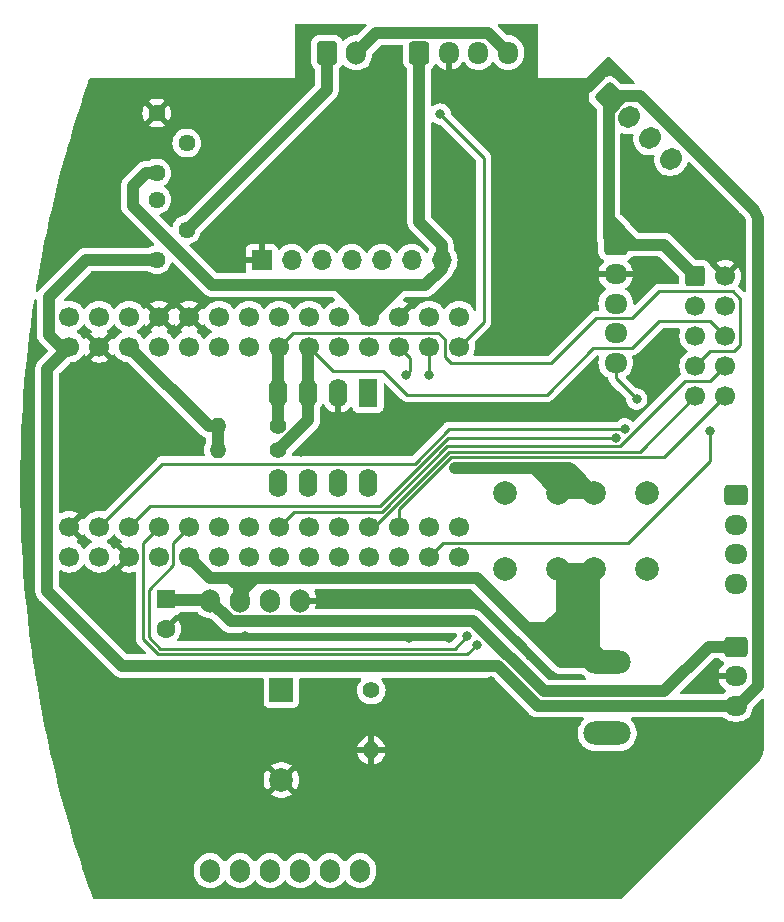
<source format=gbr>
%TF.GenerationSoftware,KiCad,Pcbnew,7.0.9*%
%TF.CreationDate,2024-06-22T14:55:11+09:00*%
%TF.ProjectId,Main,4d61696e-2e6b-4696-9361-645f70636258,rev?*%
%TF.SameCoordinates,Original*%
%TF.FileFunction,Copper,L1,Top*%
%TF.FilePolarity,Positive*%
%FSLAX46Y46*%
G04 Gerber Fmt 4.6, Leading zero omitted, Abs format (unit mm)*
G04 Created by KiCad (PCBNEW 7.0.9) date 2024-06-22 14:55:11*
%MOMM*%
%LPD*%
G01*
G04 APERTURE LIST*
G04 Aperture macros list*
%AMRoundRect*
0 Rectangle with rounded corners*
0 $1 Rounding radius*
0 $2 $3 $4 $5 $6 $7 $8 $9 X,Y pos of 4 corners*
0 Add a 4 corners polygon primitive as box body*
4,1,4,$2,$3,$4,$5,$6,$7,$8,$9,$2,$3,0*
0 Add four circle primitives for the rounded corners*
1,1,$1+$1,$2,$3*
1,1,$1+$1,$4,$5*
1,1,$1+$1,$6,$7*
1,1,$1+$1,$8,$9*
0 Add four rect primitives between the rounded corners*
20,1,$1+$1,$2,$3,$4,$5,0*
20,1,$1+$1,$4,$5,$6,$7,0*
20,1,$1+$1,$6,$7,$8,$9,0*
20,1,$1+$1,$8,$9,$2,$3,0*%
%AMHorizOval*
0 Thick line with rounded ends*
0 $1 width*
0 $2 $3 position (X,Y) of the first rounded end (center of the circle)*
0 $4 $5 position (X,Y) of the second rounded end (center of the circle)*
0 Add line between two ends*
20,1,$1,$2,$3,$4,$5,0*
0 Add two circle primitives to create the rounded ends*
1,1,$1,$2,$3*
1,1,$1,$4,$5*%
G04 Aperture macros list end*
%TA.AperFunction,ComponentPad*%
%ADD10O,4.000000X2.000000*%
%TD*%
%TA.AperFunction,ComponentPad*%
%ADD11R,1.700000X1.700000*%
%TD*%
%TA.AperFunction,ComponentPad*%
%ADD12O,1.700000X1.700000*%
%TD*%
%TA.AperFunction,ComponentPad*%
%ADD13RoundRect,0.250000X-0.936916X-0.088388X-0.088388X-0.936916X0.936916X0.088388X0.088388X0.936916X0*%
%TD*%
%TA.AperFunction,ComponentPad*%
%ADD14HorizOval,1.700000X-0.088388X-0.088388X0.088388X0.088388X0*%
%TD*%
%TA.AperFunction,ComponentPad*%
%ADD15RoundRect,0.250000X-0.600000X-0.750000X0.600000X-0.750000X0.600000X0.750000X-0.600000X0.750000X0*%
%TD*%
%TA.AperFunction,ComponentPad*%
%ADD16O,1.700000X2.000000*%
%TD*%
%TA.AperFunction,ComponentPad*%
%ADD17RoundRect,0.250000X-0.725000X0.600000X-0.725000X-0.600000X0.725000X-0.600000X0.725000X0.600000X0*%
%TD*%
%TA.AperFunction,ComponentPad*%
%ADD18O,1.950000X1.700000*%
%TD*%
%TA.AperFunction,ComponentPad*%
%ADD19C,2.000000*%
%TD*%
%TA.AperFunction,ComponentPad*%
%ADD20C,1.440000*%
%TD*%
%TA.AperFunction,ComponentPad*%
%ADD21RoundRect,0.250000X-0.600000X-0.725000X0.600000X-0.725000X0.600000X0.725000X-0.600000X0.725000X0*%
%TD*%
%TA.AperFunction,ComponentPad*%
%ADD22O,1.700000X1.950000*%
%TD*%
%TA.AperFunction,ComponentPad*%
%ADD23C,1.400000*%
%TD*%
%TA.AperFunction,ComponentPad*%
%ADD24O,1.400000X1.400000*%
%TD*%
%TA.AperFunction,ComponentPad*%
%ADD25R,1.600000X1.600000*%
%TD*%
%TA.AperFunction,ComponentPad*%
%ADD26C,1.600000*%
%TD*%
%TA.AperFunction,ComponentPad*%
%ADD27R,2.000000X2.000000*%
%TD*%
%TA.AperFunction,ComponentPad*%
%ADD28C,1.700000*%
%TD*%
%TA.AperFunction,ComponentPad*%
%ADD29R,1.600000X2.400000*%
%TD*%
%TA.AperFunction,ComponentPad*%
%ADD30O,1.600000X2.400000*%
%TD*%
%TA.AperFunction,ComponentPad*%
%ADD31RoundRect,0.250000X-0.600000X-0.600000X0.600000X-0.600000X0.600000X0.600000X-0.600000X0.600000X0*%
%TD*%
%TA.AperFunction,ViaPad*%
%ADD32C,0.800000*%
%TD*%
%TA.AperFunction,Conductor*%
%ADD33C,1.000000*%
%TD*%
%TA.AperFunction,Conductor*%
%ADD34C,0.250000*%
%TD*%
G04 APERTURE END LIST*
D10*
%TO.P,SW3,1,1*%
%TO.N,/Start*%
X164007800Y-108813600D03*
%TO.P,SW3,2,2*%
%TO.N,+3.3V*%
X164007800Y-102813600D03*
%TD*%
D11*
%TO.P,J1,1,Pin_1*%
%TO.N,GND*%
X134742000Y-68764000D03*
D12*
%TO.P,J1,2,Pin_2*%
%TO.N,/TWE_TX*%
X137282000Y-68764000D03*
%TO.P,J1,3,Pin_3*%
%TO.N,unconnected-(J1-Pin_3-Pad3)*%
X139822000Y-68764000D03*
%TO.P,J1,4,Pin_4*%
%TO.N,/TWE_RX*%
X142362000Y-68764000D03*
%TO.P,J1,5,Pin_5*%
%TO.N,unconnected-(J1-Pin_5-Pad5)*%
X144902000Y-68764000D03*
%TO.P,J1,6,Pin_6*%
%TO.N,unconnected-(J1-Pin_6-Pad6)*%
X147442000Y-68764000D03*
%TO.P,J1,7,Pin_7*%
%TO.N,+3.3V*%
X149982000Y-68764000D03*
%TD*%
D13*
%TO.P,J5,1,Pin_1*%
%TO.N,+5V*%
X164104466Y-54884466D03*
D14*
%TO.P,J5,2,Pin_2*%
%TO.N,GND*%
X165872233Y-56652233D03*
%TO.P,J5,3,Pin_3*%
%TO.N,/LINE_TX*%
X167640000Y-58420000D03*
%TO.P,J5,4,Pin_4*%
%TO.N,/LINE_RX*%
X169407767Y-60187767D03*
%TD*%
D15*
%TO.P,J4,1,Pin_1*%
%TO.N,Net-(J4-Pin_1)*%
X140255000Y-51181000D03*
D16*
%TO.P,J4,2,Pin_2*%
%TO.N,/K*%
X142755000Y-51181000D03*
%TD*%
D17*
%TO.P,J6,1,Pin_1*%
%TO.N,+5V*%
X164719000Y-67437000D03*
D18*
%TO.P,J6,2,Pin_2*%
%TO.N,GND*%
X164719000Y-69937000D03*
%TO.P,J6,3,Pin_3*%
%TO.N,/SUB_RX*%
X164719000Y-72437000D03*
%TO.P,J6,4,Pin_4*%
%TO.N,/SUB_TX*%
X164719000Y-74937000D03*
%TO.P,J6,5,Pin_5*%
%TO.N,/SUB_1*%
X164719000Y-77437000D03*
%TD*%
D19*
%TO.P,SW2,1,1*%
%TO.N,/SUB*%
X167350000Y-88444000D03*
X167350000Y-94944000D03*
%TO.P,SW2,2,2*%
%TO.N,+3.3V*%
X162850000Y-88444000D03*
X162850000Y-94944000D03*
%TD*%
D20*
%TO.P,RV1,1,1*%
%TO.N,+3.3V*%
X125857000Y-61379000D03*
%TO.P,RV1,2,2*%
%TO.N,/GY_TRIM*%
X128397000Y-58839000D03*
%TO.P,RV1,3,3*%
%TO.N,GND*%
X125857000Y-56299000D03*
%TD*%
D21*
%TO.P,J3,1,Pin_1*%
%TO.N,+3.3V*%
X148082000Y-51181000D03*
D22*
%TO.P,J3,2,Pin_2*%
%TO.N,GND*%
X150582000Y-51181000D03*
%TO.P,J3,3,Pin_3*%
%TO.N,/TOUCH*%
X153082000Y-51181000D03*
%TO.P,J3,4,Pin_4*%
%TO.N,/K*%
X155582000Y-51181000D03*
%TD*%
D20*
%TO.P,R3,1*%
%TO.N,+5V*%
X125857000Y-68707000D03*
%TO.P,R3,2*%
%TO.N,Net-(J4-Pin_1)*%
X128397000Y-66167000D03*
%TO.P,R3,3*%
%TO.N,N/C*%
X125857000Y-63627000D03*
%TD*%
D23*
%TO.P,R1,1*%
%TO.N,/SDA*%
X136144000Y-84836000D03*
D24*
%TO.P,R1,2*%
%TO.N,+3.3V*%
X131064000Y-84836000D03*
%TD*%
D17*
%TO.P,J7,1,Pin_1*%
%TO.N,/MD_TX*%
X174879000Y-88646000D03*
D18*
%TO.P,J7,2,Pin_2*%
%TO.N,/MD_RX*%
X174879000Y-91146000D03*
%TO.P,J7,3,Pin_3*%
%TO.N,/FET1*%
X174879000Y-93646000D03*
%TO.P,J7,4,Pin_4*%
%TO.N,/FET2*%
X174879000Y-96146000D03*
%TD*%
D25*
%TO.P,C1,1*%
%TO.N,+12V*%
X126619000Y-97473888D03*
D26*
%TO.P,C1,2*%
%TO.N,GND*%
X126619000Y-99973888D03*
%TD*%
D23*
%TO.P,R2,1*%
%TO.N,/SCL*%
X136144000Y-82804000D03*
D24*
%TO.P,R2,2*%
%TO.N,+3.3V*%
X131064000Y-82804000D03*
%TD*%
D27*
%TO.P,BZ1,1,-*%
%TO.N,Net-(BZ1--)*%
X136398000Y-105166000D03*
D19*
%TO.P,BZ1,2,+*%
%TO.N,GND*%
X136398000Y-112766000D03*
%TD*%
D16*
%TO.P,U2,1,02*%
%TO.N,/02*%
X143078200Y-120446800D03*
%TO.P,U2,2,01*%
%TO.N,/01*%
X140538200Y-120446800D03*
%TO.P,U2,3,RX*%
%TO.N,/Comm_TX*%
X137998200Y-120446800D03*
%TO.P,U2,4,TX*%
%TO.N,/Comm_RX*%
X135458200Y-120446800D03*
%TO.P,U2,5,D+*%
%TO.N,unconnected-(U2-D+-Pad5)*%
X132918200Y-120446800D03*
%TO.P,U2,6,D-*%
%TO.N,unconnected-(U2-D--Pad6)*%
X130378200Y-120446800D03*
%TO.P,U2,7,VIN*%
%TO.N,+12V*%
X130378200Y-97586800D03*
%TO.P,U2,8,LOGV*%
%TO.N,+3.3V*%
X132918200Y-97586800D03*
%TO.P,U2,9,3v3*%
%TO.N,unconnected-(U2-3v3-Pad9)*%
X135458200Y-97586800D03*
%TO.P,U2,10,GND*%
%TO.N,GND*%
X137998200Y-97586800D03*
%TD*%
D17*
%TO.P,J8,1,Pin_1*%
%TO.N,+12V*%
X174879000Y-101473000D03*
D18*
%TO.P,J8,2,Pin_2*%
%TO.N,GND*%
X174879000Y-103973000D03*
%TO.P,J8,3,Pin_3*%
%TO.N,+5V*%
X174879000Y-106473000D03*
%TD*%
D23*
%TO.P,R4,1*%
%TO.N,Net-(BZ1--)*%
X144018000Y-105166000D03*
D24*
%TO.P,R4,2*%
%TO.N,GND*%
X144018000Y-110246000D03*
%TD*%
D19*
%TO.P,SW1,1,1*%
%TO.N,/GY_RES*%
X155357000Y-94944000D03*
X155357000Y-88444000D03*
%TO.P,SW1,2,2*%
%TO.N,+3.3V*%
X159857000Y-94944000D03*
X159857000Y-88444000D03*
%TD*%
D28*
%TO.P,U3,1,GND*%
%TO.N,GND*%
X123523000Y-93853000D03*
X118443000Y-91313000D03*
X120983000Y-76073000D03*
X126063000Y-73533000D03*
X128603000Y-73533000D03*
X146383000Y-73533000D03*
%TO.P,U3,2,0_RX1_CRX2_CS1*%
%TO.N,/MD_RX*%
X120983000Y-91313000D03*
%TO.P,U3,3,1_TX1_CTX2_MISO1*%
%TO.N,/MD_TX*%
X123523000Y-91313000D03*
%TO.P,U3,4,2_OUT2*%
%TO.N,/FET1*%
X126063000Y-91313000D03*
%TO.P,U3,5,3_LRCLK2*%
%TO.N,/FET2*%
X128603000Y-91313000D03*
%TO.P,U3,6,4_BCLK2*%
%TO.N,Net-(BZ1--)*%
X131143000Y-91313000D03*
%TO.P,U3,7,5_IN2*%
%TO.N,/Start*%
X133683000Y-91313000D03*
%TO.P,U3,8,6_OUT1D*%
%TO.N,/RUN*%
X136223000Y-91313000D03*
%TO.P,U3,9,7_RX2_OUT1A*%
%TO.N,/IR_RX*%
X138763000Y-91313000D03*
%TO.P,U3,10,8_TX2_IN1*%
%TO.N,/IR_TX*%
X141303000Y-91313000D03*
%TO.P,U3,11,9_OUT1C*%
%TO.N,/LEFT*%
X143843000Y-91313000D03*
%TO.P,U3,12,10_CS_MQSR*%
%TO.N,/RIGHT*%
X146383000Y-91313000D03*
%TO.P,U3,13,11_MOSI_CTX1*%
%TO.N,/GY_RES*%
X148923000Y-91313000D03*
%TO.P,U3,14,12_MISO_MQSL*%
%TO.N,/SUB*%
X151463000Y-91313000D03*
%TO.P,U3,15,VBAT*%
%TO.N,unconnected-(U3-VBAT-Pad15)*%
X151463000Y-93853000D03*
%TO.P,U3,18,PROGRAM*%
%TO.N,unconnected-(U3-PROGRAM-Pad18)*%
X148923000Y-73533000D03*
%TO.P,U3,19,ON_OFF*%
%TO.N,unconnected-(U3-ON_OFF-Pad19)*%
X151463000Y-73533000D03*
%TO.P,U3,20,13_SCK_CRX1_LED*%
%TO.N,/GY_TRIM*%
X151463000Y-76073000D03*
%TO.P,U3,21,14_A0_TX3_SPDIF_OUT*%
%TO.N,/Comm_TX*%
X148923000Y-76073000D03*
%TO.P,U3,22,15_A1_RX3_SPDIF_IN*%
%TO.N,/Comm_RX*%
X146383000Y-76073000D03*
%TO.P,U3,23,16_A2_RX4_SCL1*%
%TO.N,/TWE_RX*%
X143843000Y-76073000D03*
%TO.P,U3,24,17_A3_TX4_SDA1*%
%TO.N,/TWE_TX*%
X141303000Y-76073000D03*
%TO.P,U3,25,18_A4_SDA0*%
%TO.N,/SDA*%
X138763000Y-76073000D03*
%TO.P,U3,26,19_A5_SCL0*%
%TO.N,/SCL*%
X136223000Y-76073000D03*
%TO.P,U3,27,20_A6_TX5_LRCLK1*%
%TO.N,unconnected-(U3-20_A6_TX5_LRCLK1-Pad27)*%
X133683000Y-76073000D03*
%TO.P,U3,28,21_A7_RX5_BCLK1*%
%TO.N,/CAM_RX*%
X131143000Y-76073000D03*
%TO.P,U3,29,22_A8_CTX1*%
%TO.N,/01*%
X128603000Y-76073000D03*
%TO.P,U3,30,23_A9_CRX1_MCLK1*%
%TO.N,/02*%
X126063000Y-76073000D03*
%TO.P,U3,31,3V3*%
%TO.N,+3.3V*%
X128603000Y-93853000D03*
X123523000Y-76073000D03*
X143843000Y-73533000D03*
%TO.P,U3,33,VIN*%
%TO.N,+5V*%
X118443000Y-76073000D03*
%TO.P,U3,34,VUSB*%
%TO.N,unconnected-(U3-VUSB-Pad34)*%
X118443000Y-73533000D03*
%TO.P,U3,35,24_A10_TX6_SCL2*%
%TO.N,/LINE_TX*%
X141303000Y-73533000D03*
%TO.P,U3,36,25_A11_RX6_SDA2*%
%TO.N,/LINE_RX*%
X133683000Y-73533000D03*
%TO.P,U3,37,26_A12_MOSI1*%
%TO.N,unconnected-(U3-26_A12_MOSI1-Pad37)*%
X136223000Y-73533000D03*
%TO.P,U3,38,27_A13_SCK1*%
%TO.N,/TOUCH*%
X131143000Y-73533000D03*
%TO.P,U3,39,28_RX7*%
%TO.N,/SUB_RX*%
X138763000Y-73533000D03*
%TO.P,U3,40,29_TX7*%
%TO.N,/SUB_TX*%
X138763000Y-93853000D03*
%TO.P,U3,41,30_CRX3*%
%TO.N,/SUB_1*%
X148923000Y-93853000D03*
%TO.P,U3,42,31_CTX3*%
%TO.N,unconnected-(U3-31_CTX3-Pad42)*%
X141303000Y-93853000D03*
%TO.P,U3,43,32_OUT1B*%
%TO.N,unconnected-(U3-32_OUT1B-Pad43)*%
X146383000Y-93853000D03*
%TO.P,U3,44,33_MCLK2*%
%TO.N,unconnected-(U3-33_MCLK2-Pad44)*%
X143843000Y-93853000D03*
%TO.P,U3,45,34_DAT1_MISO2*%
%TO.N,unconnected-(U3-34_DAT1_MISO2-Pad45)*%
X118443000Y-93853000D03*
%TO.P,U3,46,35_DAT0_MOSI2*%
%TO.N,unconnected-(U3-35_DAT0_MOSI2-Pad46)*%
X120983000Y-93853000D03*
%TO.P,U3,48,36_CLK_CS2*%
%TO.N,unconnected-(U3-36_CLK_CS2-Pad48)*%
X126063000Y-93853000D03*
%TO.P,U3,50,37_CMD_SCK2*%
%TO.N,unconnected-(U3-37_CMD_SCK2-Pad50)*%
X131143000Y-93853000D03*
%TO.P,U3,51,38_DAT3_RX5*%
%TO.N,unconnected-(U3-38_DAT3_RX5-Pad51)*%
X133683000Y-93853000D03*
%TO.P,U3,52,39_DAT2_TX5*%
%TO.N,unconnected-(U3-39_DAT2_TX5-Pad52)*%
X136223000Y-93853000D03*
%TO.P,U3,53,D-*%
%TO.N,unconnected-(U3-D--Pad53)*%
X120983000Y-73533000D03*
%TO.P,U3,54,D+*%
%TO.N,unconnected-(U3-D+-Pad54)*%
X123523000Y-73533000D03*
%TD*%
D29*
%TO.P,U1,1,VIN*%
%TO.N,+3.3V*%
X143754000Y-79995000D03*
D30*
%TO.P,U1,2,GND*%
%TO.N,GND*%
X141214000Y-79995000D03*
%TO.P,U1,3,SDA*%
%TO.N,/SDA*%
X138674000Y-79995000D03*
%TO.P,U1,4,SCL*%
%TO.N,/SCL*%
X136134000Y-79995000D03*
%TO.P,U1,5,VOUT*%
%TO.N,unconnected-(U1-VOUT-Pad5)*%
X136134000Y-87615000D03*
%TO.P,U1,6,GND*%
%TO.N,GND*%
X138674000Y-87615000D03*
%TO.P,U1,7,INT*%
%TO.N,unconnected-(U1-INT-Pad7)*%
X141214000Y-87615000D03*
%TO.P,U1,8,RESET*%
%TO.N,unconnected-(U1-RESET-Pad8)*%
X143754000Y-87615000D03*
%TD*%
D31*
%TO.P,J2,1,Pin_1*%
%TO.N,+5V*%
X171450000Y-70104000D03*
D28*
%TO.P,J2,2,Pin_2*%
%TO.N,GND*%
X173990000Y-70104000D03*
%TO.P,J2,3,Pin_3*%
%TO.N,/CAM_RX*%
X171450000Y-72644000D03*
%TO.P,J2,4,Pin_4*%
%TO.N,/IR_TX*%
X173990000Y-72644000D03*
%TO.P,J2,5,Pin_5*%
%TO.N,/IR_RX*%
X171450000Y-75184000D03*
%TO.P,J2,6,Pin_6*%
%TO.N,/SDA*%
X173990000Y-75184000D03*
%TO.P,J2,7,Pin_7*%
%TO.N,/SCL*%
X171450000Y-77724000D03*
%TO.P,J2,8,Pin_8*%
%TO.N,/RUN*%
X173990000Y-77724000D03*
%TO.P,J2,9,Pin_9*%
%TO.N,/LEFT*%
X171450000Y-80264000D03*
%TO.P,J2,10,Pin_10*%
%TO.N,/RIGHT*%
X173990000Y-80264000D03*
%TD*%
D32*
%TO.N,GND*%
X167411400Y-108356400D03*
X156311600Y-114249200D03*
X127406400Y-111836200D03*
X127381000Y-122072400D03*
X141986000Y-54356000D03*
X162306000Y-80264000D03*
X156718000Y-49403000D03*
X147066000Y-66929000D03*
X164846000Y-122047000D03*
X150622000Y-53848000D03*
X165227000Y-53213000D03*
X154559000Y-59563000D03*
X143510000Y-67056000D03*
X128905000Y-99822000D03*
X169291000Y-70231000D03*
X124333000Y-67056000D03*
X151003000Y-59690000D03*
X128651000Y-54483000D03*
X127889000Y-63881000D03*
X118110000Y-78486000D03*
X166624000Y-69977000D03*
X146558000Y-54991000D03*
X154178000Y-104394000D03*
X133324600Y-100558600D03*
X160274000Y-82042000D03*
X130429000Y-67818000D03*
X121412000Y-111252000D03*
X172720000Y-104013000D03*
X115697000Y-76454000D03*
X118110000Y-85344000D03*
X142748000Y-97536000D03*
X147701000Y-97536000D03*
X121793000Y-88011000D03*
X145923000Y-104775000D03*
X137795000Y-54229000D03*
X154559000Y-73660000D03*
X140335000Y-57785000D03*
X145415000Y-51308000D03*
X162687000Y-69977000D03*
X125730000Y-104648000D03*
X170688000Y-64516000D03*
X123825000Y-101600000D03*
X131318000Y-57404000D03*
X127762000Y-70993000D03*
X147320000Y-84582000D03*
X173355000Y-108077000D03*
X171069000Y-61468000D03*
X121031000Y-122047000D03*
X152781000Y-56896000D03*
X149606000Y-64897000D03*
X146558000Y-63627000D03*
X136398000Y-108966000D03*
X120015000Y-70993000D03*
X124587000Y-79248000D03*
X160655000Y-73660000D03*
X147193000Y-121920000D03*
X151257000Y-104648000D03*
X115062000Y-87757000D03*
X134239000Y-105029000D03*
X126111000Y-58801000D03*
X149098000Y-113411000D03*
X115570000Y-99949000D03*
X160147000Y-53975000D03*
X175260000Y-65532000D03*
X162560000Y-59563000D03*
X162560000Y-56769000D03*
X166878000Y-65913000D03*
X165735000Y-59563000D03*
X152146000Y-97536000D03*
X166878000Y-113538000D03*
X147574000Y-72263000D03*
X116840000Y-69215000D03*
X147193000Y-100711000D03*
X173990000Y-68199000D03*
X150622000Y-100711000D03*
X141224000Y-82169000D03*
X157480000Y-102235000D03*
X120777000Y-54229000D03*
X152400000Y-72009000D03*
X165608000Y-64643000D03*
X155702000Y-53467000D03*
X176657000Y-107950000D03*
X134747000Y-57531000D03*
X122301000Y-95631000D03*
X138049000Y-84963000D03*
X157480000Y-107696000D03*
X158623000Y-66294000D03*
X166116000Y-81915000D03*
%TO.N,+3.3V*%
X151130000Y-86360000D03*
%TO.N,/SUB_1*%
X172720000Y-83185000D03*
X166497000Y-80518000D03*
%TO.N,/MD_TX*%
X164719000Y-83788500D03*
%TO.N,/MD_RX*%
X165476701Y-83053701D03*
%TO.N,/FET1*%
X152956036Y-101308500D03*
%TO.N,/FET2*%
X152146000Y-100584000D03*
%TO.N,/GY_TRIM*%
X149860000Y-56388000D03*
%TO.N,/Comm_TX*%
X148923000Y-78517500D03*
%TO.N,/Comm_RX*%
X146939000Y-78517500D03*
%TD*%
D33*
%TO.N,+3.3V*%
X132918200Y-97586800D02*
X132854700Y-97523300D01*
X133629400Y-95631000D02*
X134366000Y-95631000D01*
X132854700Y-97523300D02*
X132854700Y-96405700D01*
X132854700Y-96405700D02*
X133629400Y-95631000D01*
X132918200Y-97586800D02*
X132918200Y-96926400D01*
X132918200Y-96926400D02*
X134213600Y-95631000D01*
X134213600Y-95631000D02*
X135255000Y-95631000D01*
%TO.N,+12V*%
X174879000Y-101473000D02*
X172593000Y-101473000D01*
X152654000Y-99314000D02*
X132105400Y-99314000D01*
%TO.N,+3.3V*%
X133146800Y-97358200D02*
X132918200Y-97586800D01*
%TO.N,+12V*%
X172593000Y-101473000D02*
X168793000Y-105273000D01*
X168793000Y-105273000D02*
X158613000Y-105273000D01*
%TO.N,+3.3V*%
X133146800Y-96697800D02*
X133146800Y-97358200D01*
%TO.N,+12V*%
X158613000Y-105273000D02*
X152654000Y-99314000D01*
X130378200Y-97586800D02*
X130320400Y-97529000D01*
X130320400Y-97529000D02*
X126674112Y-97529000D01*
X126674112Y-97529000D02*
X126619000Y-97473888D01*
X132105400Y-99314000D02*
X130378200Y-97586800D01*
%TO.N,+3.3V*%
X133146800Y-96697800D02*
X134213600Y-95631000D01*
X134213600Y-95631000D02*
X137287000Y-95631000D01*
X132080000Y-95631000D02*
X133146800Y-96697800D01*
X162052000Y-100934000D02*
X161617400Y-101368600D01*
X161617400Y-101368600D02*
X161084000Y-101902000D01*
X164007800Y-102813600D02*
X163062400Y-102813600D01*
X163062400Y-102813600D02*
X161617400Y-101368600D01*
X162850000Y-94944000D02*
X162850000Y-101655800D01*
X162850000Y-101655800D02*
X164007800Y-102813600D01*
X164007800Y-102813600D02*
X161233600Y-102813600D01*
X161084000Y-101902000D02*
X161995600Y-102813600D01*
X160972500Y-99778300D02*
X160972500Y-99250500D01*
X160147000Y-98933000D02*
X162052000Y-97028000D01*
X164007800Y-102813600D02*
X160972500Y-99778300D01*
X164007800Y-102813600D02*
X162159200Y-100965000D01*
X158003500Y-100695500D02*
X160121600Y-102813600D01*
X160121600Y-102813600D02*
X164007800Y-102813600D01*
X161233600Y-102813600D02*
X159385000Y-100965000D01*
X164007800Y-102813600D02*
X160147000Y-98952800D01*
X162159200Y-100965000D02*
X160147000Y-100965000D01*
X160147000Y-98952800D02*
X160147000Y-98933000D01*
X161995600Y-102813600D02*
X164007800Y-102813600D01*
X142621000Y-71120000D02*
X142621000Y-70866000D01*
X149982000Y-67432000D02*
X149982000Y-68764000D01*
X143843000Y-73533000D02*
X141176000Y-70866000D01*
X143383000Y-70866000D02*
X144526000Y-70866000D01*
X162850000Y-94944000D02*
X162052000Y-95742000D01*
X159385000Y-100965000D02*
X160147000Y-100965000D01*
X149982000Y-68764000D02*
X149982000Y-69474000D01*
X160147000Y-97647000D02*
X160147000Y-96504000D01*
X157241500Y-99933500D02*
X158003500Y-100695500D01*
X162850000Y-88444000D02*
X160766000Y-86360000D01*
X162850000Y-88444000D02*
X161290000Y-88444000D01*
X162850000Y-94944000D02*
X160147000Y-97647000D01*
X135255000Y-95631000D02*
X137287000Y-95631000D01*
X160147000Y-96504000D02*
X161707000Y-94944000D01*
X147193000Y-70866000D02*
X146510000Y-70866000D01*
X144526000Y-71628000D02*
X145288000Y-70866000D01*
X160746000Y-87884000D02*
X159857000Y-86995000D01*
X147701000Y-70866000D02*
X147193000Y-70866000D01*
X132080000Y-95631000D02*
X134366000Y-95631000D01*
X160147000Y-100965000D02*
X160147000Y-100330000D01*
X162850000Y-94944000D02*
X159857000Y-94944000D01*
X148082000Y-65532000D02*
X149982000Y-67432000D01*
X160972500Y-99250500D02*
X161084000Y-99362000D01*
X142621000Y-70866000D02*
X143383000Y-70866000D01*
X159131000Y-86360000D02*
X158907006Y-86360000D01*
X159857000Y-86481006D02*
X159735994Y-86360000D01*
X162052000Y-98171000D02*
X162052000Y-100934000D01*
X161401000Y-86995000D02*
X159857000Y-86995000D01*
X159857000Y-88444000D02*
X159857000Y-86995000D01*
X160766000Y-86360000D02*
X151130000Y-86360000D01*
X160147000Y-98679000D02*
X160147000Y-95234000D01*
X145034000Y-70866000D02*
X147701000Y-70866000D01*
X152939000Y-95631000D02*
X157241500Y-99933500D01*
X123825000Y-62484000D02*
X123825000Y-64135000D01*
X130254000Y-82804000D02*
X131064000Y-82804000D01*
X161290000Y-88444000D02*
X159857000Y-88444000D01*
X131064000Y-84836000D02*
X131064000Y-82804000D01*
X158273000Y-100965000D02*
X159385000Y-100965000D01*
X160147000Y-100330000D02*
X160147000Y-98679000D01*
X159857000Y-87086000D02*
X159131000Y-86360000D01*
X162850000Y-88444000D02*
X161401000Y-86995000D01*
X151130000Y-86360000D02*
X157773000Y-86360000D01*
X134366000Y-95631000D02*
X135255000Y-95631000D01*
X160887006Y-86481006D02*
X159857000Y-86481006D01*
X143843000Y-73533000D02*
X143843000Y-72342000D01*
X157241500Y-99933500D02*
X157638000Y-100330000D01*
X157773000Y-86360000D02*
X159857000Y-88444000D01*
X162850000Y-94944000D02*
X162850000Y-94651000D01*
X162850000Y-94944000D02*
X162850000Y-100136000D01*
X124930000Y-61379000D02*
X123825000Y-62484000D01*
X143843000Y-73533000D02*
X143843000Y-71549000D01*
X144526000Y-70866000D02*
X145034000Y-70866000D01*
X137287000Y-95631000D02*
X152939000Y-95631000D01*
X143843000Y-73533000D02*
X143843000Y-71326000D01*
X159857000Y-88444000D02*
X159857000Y-87086000D01*
X141176000Y-70866000D02*
X140335000Y-70866000D01*
X146510000Y-70866000D02*
X143843000Y-73533000D01*
X148590000Y-70866000D02*
X147701000Y-70866000D01*
X162850000Y-94944000D02*
X161707000Y-94944000D01*
X162290000Y-87884000D02*
X160746000Y-87884000D01*
X123825000Y-64135000D02*
X130556000Y-70866000D01*
X158907006Y-86360000D02*
X157773000Y-86360000D01*
X149982000Y-69474000D02*
X148590000Y-70866000D01*
X157241500Y-99933500D02*
X158892500Y-99933500D01*
X159735994Y-86360000D02*
X158907006Y-86360000D01*
X161084000Y-99362000D02*
X161084000Y-101902000D01*
X160147000Y-97647000D02*
X160147000Y-98679000D01*
X162052000Y-97028000D02*
X162052000Y-98171000D01*
X159857000Y-86995000D02*
X159857000Y-86481006D01*
X157638000Y-100330000D02*
X160147000Y-100330000D01*
X130556000Y-70866000D02*
X140335000Y-70866000D01*
X125857000Y-61379000D02*
X124930000Y-61379000D01*
X140335000Y-70866000D02*
X142621000Y-70866000D01*
X143843000Y-72342000D02*
X142621000Y-71120000D01*
X158892500Y-99933500D02*
X160147000Y-98679000D01*
X128603000Y-93853000D02*
X130381000Y-95631000D01*
X148082000Y-51181000D02*
X148082000Y-65532000D01*
X130381000Y-95631000D02*
X132080000Y-95631000D01*
X143843000Y-73533000D02*
X144526000Y-72850000D01*
X162850000Y-100136000D02*
X161084000Y-101902000D01*
X162052000Y-95742000D02*
X162052000Y-97028000D01*
X162850000Y-88444000D02*
X162290000Y-87884000D01*
X160147000Y-95234000D02*
X159857000Y-94944000D01*
X144526000Y-72850000D02*
X144526000Y-71628000D01*
X143843000Y-71326000D02*
X143383000Y-70866000D01*
X160972500Y-99250500D02*
X162052000Y-98171000D01*
X162850000Y-88444000D02*
X160887006Y-86481006D01*
X123523000Y-76073000D02*
X130254000Y-82804000D01*
X143843000Y-71549000D02*
X144526000Y-70866000D01*
X158003500Y-100695500D02*
X158273000Y-100965000D01*
%TO.N,+5V*%
X164104466Y-65278000D02*
X164104466Y-66421000D01*
X119888000Y-68707000D02*
X116713000Y-71882000D01*
X154766944Y-103124000D02*
X122936000Y-103124000D01*
X168783000Y-67437000D02*
X171450000Y-70104000D01*
X122936000Y-103124000D02*
X116586000Y-96774000D01*
X176406535Y-64496503D02*
X175911136Y-64001104D01*
X164104466Y-56261000D02*
X164104466Y-56113534D01*
X158115944Y-106473000D02*
X154766944Y-103124000D01*
X116713000Y-75057000D02*
X117729000Y-76073000D01*
X164104466Y-54884466D02*
X164104466Y-56261000D01*
X176777535Y-65392214D02*
X176751475Y-65194244D01*
X164104466Y-56261000D02*
X164104466Y-65278000D01*
X176751475Y-65194244D02*
X176700826Y-65005205D01*
X116713000Y-71882000D02*
X116713000Y-75057000D01*
X175086000Y-106473000D02*
X176784086Y-104774914D01*
X166497000Y-67437000D02*
X168783000Y-67437000D01*
X174879000Y-106473000D02*
X158115944Y-106473000D01*
X164104466Y-66822466D02*
X164719000Y-67437000D01*
X164104466Y-66421000D02*
X164104466Y-66822466D01*
X174879000Y-106473000D02*
X175086000Y-106473000D01*
X176784086Y-66421000D02*
X176779970Y-66416884D01*
X164719000Y-67437000D02*
X166497000Y-67437000D01*
X164104466Y-56113534D02*
X165333534Y-54884466D01*
X116586000Y-77930000D02*
X118443000Y-76073000D01*
X166803737Y-54884466D02*
X165608000Y-54884466D01*
X166497000Y-67437000D02*
X166263466Y-67437000D01*
X117729000Y-76073000D02*
X118443000Y-76073000D01*
X176784086Y-104774914D02*
X176784086Y-66421000D01*
X166263466Y-67437000D02*
X165247466Y-66421000D01*
X165608000Y-54884466D02*
X164104466Y-54884466D01*
X165247466Y-66421000D02*
X164104466Y-66421000D01*
X175911136Y-64001104D02*
X175911136Y-63991865D01*
X176625936Y-64824401D02*
X176528086Y-64654915D01*
X176700826Y-65005205D02*
X176625936Y-64824401D01*
X175911136Y-63991865D02*
X166803737Y-54884466D01*
X176528086Y-64654915D02*
X176406535Y-64496503D01*
X116586000Y-96774000D02*
X116586000Y-77930000D01*
X166263466Y-67437000D02*
X164104466Y-65278000D01*
X176779970Y-66416884D02*
X176779970Y-65547951D01*
X176779970Y-65547951D02*
X176777535Y-65392214D01*
X125857000Y-68707000D02*
X119888000Y-68707000D01*
X165333534Y-54884466D02*
X165608000Y-54884466D01*
D34*
%TO.N,/SDA*%
X140795000Y-78105000D02*
X138763000Y-76073000D01*
X166116000Y-76200000D02*
X162814000Y-76200000D01*
D33*
X138674000Y-79995000D02*
X138674000Y-76162000D01*
D34*
X158877000Y-80137000D02*
X147066000Y-80137000D01*
X173990000Y-75184000D02*
X172720000Y-73914000D01*
X162814000Y-76200000D02*
X158877000Y-80137000D01*
D33*
X138674000Y-76162000D02*
X138763000Y-76073000D01*
D34*
X145034000Y-78105000D02*
X140795000Y-78105000D01*
D33*
X136144000Y-84836000D02*
X138674000Y-82306000D01*
D34*
X168402000Y-73914000D02*
X166116000Y-76200000D01*
X172720000Y-73914000D02*
X168402000Y-73914000D01*
D33*
X138674000Y-82306000D02*
X138674000Y-79995000D01*
D34*
X147066000Y-80137000D02*
X145034000Y-78105000D01*
D33*
%TO.N,/SCL*%
X136134000Y-79995000D02*
X136134000Y-82794000D01*
D34*
X175260000Y-72009000D02*
X174625000Y-71374000D01*
X166116000Y-73660000D02*
X163068000Y-73660000D01*
D33*
X136134000Y-82794000D02*
X136144000Y-82804000D01*
D34*
X171450000Y-77724000D02*
X172720000Y-76454000D01*
X150241000Y-75438000D02*
X149701000Y-74898000D01*
X150749000Y-77470000D02*
X150241000Y-76962000D01*
X163068000Y-73660000D02*
X159258000Y-77470000D01*
X175260000Y-75946000D02*
X175260000Y-72009000D01*
D33*
X136134000Y-76162000D02*
X136223000Y-76073000D01*
D34*
X149701000Y-74898000D02*
X137398000Y-74898000D01*
X172720000Y-76454000D02*
X174752000Y-76454000D01*
X137398000Y-74898000D02*
X136223000Y-76073000D01*
X168402000Y-71374000D02*
X166116000Y-73660000D01*
X150241000Y-76962000D02*
X150241000Y-75438000D01*
X174752000Y-76454000D02*
X175260000Y-75946000D01*
X174625000Y-71374000D02*
X168402000Y-71374000D01*
D33*
X136134000Y-79995000D02*
X136134000Y-76162000D01*
D34*
X159258000Y-77470000D02*
X150749000Y-77470000D01*
%TO.N,/RUN*%
X170561000Y-78994000D02*
X172720000Y-78994000D01*
X165042000Y-84513000D02*
X170561000Y-78994000D01*
X172720000Y-78994000D02*
X173990000Y-77724000D01*
X136223000Y-91313000D02*
X137493000Y-90043000D01*
X137493000Y-90043000D02*
X144905604Y-90043000D01*
X144905604Y-90043000D02*
X150435604Y-84513000D01*
X150435604Y-84513000D02*
X165042000Y-84513000D01*
%TO.N,/LEFT*%
X166751000Y-84963000D02*
X171450000Y-80264000D01*
X144272000Y-91313000D02*
X150622000Y-84963000D01*
X150622000Y-84963000D02*
X166751000Y-84963000D01*
X143843000Y-91313000D02*
X144272000Y-91313000D01*
%TO.N,/RIGHT*%
X168815994Y-85438006D02*
X173990000Y-80264000D01*
X150781994Y-85438006D02*
X168815994Y-85438006D01*
X146383000Y-91313000D02*
X146383000Y-89837000D01*
X146383000Y-89837000D02*
X150781994Y-85438006D01*
D33*
%TO.N,/K*%
X153907000Y-49506000D02*
X155582000Y-51181000D01*
X144430000Y-49506000D02*
X153907000Y-49506000D01*
X142755000Y-51181000D02*
X144430000Y-49506000D01*
%TO.N,Net-(J4-Pin_1)*%
X140255000Y-51181000D02*
X140255000Y-54309000D01*
X140255000Y-54309000D02*
X128397000Y-66167000D01*
D34*
%TO.N,/SUB_1*%
X172720000Y-85725000D02*
X172720000Y-83185000D01*
X166497000Y-80518000D02*
X164719000Y-78740000D01*
X164719000Y-78740000D02*
X164719000Y-77437000D01*
X165767000Y-92678000D02*
X172720000Y-85725000D01*
X150098000Y-92678000D02*
X165767000Y-92678000D01*
X148923000Y-93853000D02*
X150098000Y-92678000D01*
%TO.N,/MD_TX*%
X150523708Y-83788500D02*
X164719000Y-83788500D01*
X123523000Y-91313000D02*
X125243000Y-89593000D01*
X144719208Y-89593000D02*
X150523708Y-83788500D01*
X125243000Y-89593000D02*
X144719208Y-89593000D01*
%TO.N,/MD_RX*%
X147696812Y-85979000D02*
X150622111Y-83053701D01*
X150622111Y-83053701D02*
X165476701Y-83053701D01*
X126317000Y-85979000D02*
X147696812Y-85979000D01*
X120983000Y-91313000D02*
X126317000Y-85979000D01*
%TO.N,/FET1*%
X125984000Y-102108000D02*
X124714000Y-100838000D01*
X124714000Y-100838000D02*
X124714000Y-92662000D01*
X152156536Y-102108000D02*
X125984000Y-102108000D01*
X124714000Y-92662000D02*
X126063000Y-91313000D01*
X152956036Y-101308500D02*
X152156536Y-102108000D01*
%TO.N,/FET2*%
X125164000Y-100651604D02*
X125164000Y-96678888D01*
X126170396Y-101658000D02*
X125164000Y-100651604D01*
X127254000Y-94588888D02*
X127254000Y-92662000D01*
X152146000Y-100584000D02*
X151072000Y-101658000D01*
X125164000Y-96678888D02*
X127254000Y-94588888D01*
X151072000Y-101658000D02*
X126170396Y-101658000D01*
X127254000Y-92662000D02*
X128603000Y-91313000D01*
%TO.N,/GY_TRIM*%
X149860000Y-56388000D02*
X153543000Y-60071000D01*
X153543000Y-60071000D02*
X153543000Y-73993000D01*
X153543000Y-73993000D02*
X151463000Y-76073000D01*
%TO.N,/Comm_TX*%
X148923000Y-78517500D02*
X148923000Y-76073000D01*
%TO.N,/Comm_RX*%
X147320000Y-78136500D02*
X147320000Y-77010000D01*
X147320000Y-77010000D02*
X146383000Y-76073000D01*
X146939000Y-78517500D02*
X147320000Y-78136500D01*
%TD*%
%TA.AperFunction,Conductor*%
%TO.N,GND*%
G36*
X115624728Y-72061852D02*
G01*
X115683091Y-72100264D01*
X115711423Y-72164132D01*
X115712500Y-72180442D01*
X115712500Y-75044283D01*
X115710243Y-75133362D01*
X115710243Y-75133370D01*
X115721064Y-75193739D01*
X115721718Y-75198404D01*
X115727925Y-75259430D01*
X115727927Y-75259444D01*
X115738208Y-75292213D01*
X115740079Y-75299837D01*
X115746142Y-75333652D01*
X115746142Y-75333655D01*
X115768894Y-75390612D01*
X115770474Y-75395051D01*
X115788841Y-75453588D01*
X115788844Y-75453595D01*
X115805509Y-75483619D01*
X115808879Y-75490714D01*
X115821622Y-75522614D01*
X115821627Y-75522624D01*
X115843808Y-75556280D01*
X115854679Y-75572775D01*
X115855377Y-75573833D01*
X115857818Y-75577863D01*
X115887588Y-75631498D01*
X115887589Y-75631499D01*
X115887591Y-75631502D01*
X115909968Y-75657567D01*
X115914693Y-75663835D01*
X115933597Y-75692518D01*
X115976965Y-75735886D01*
X115980168Y-75739342D01*
X116020135Y-75785896D01*
X116047299Y-75806923D01*
X116053186Y-75812107D01*
X116385968Y-76144889D01*
X116583397Y-76342318D01*
X116616882Y-76403641D01*
X116611898Y-76473333D01*
X116583397Y-76517680D01*
X115887532Y-77213546D01*
X115832635Y-77265732D01*
X115823625Y-77274297D01*
X115822946Y-77274942D01*
X115787899Y-77325294D01*
X115785062Y-77329056D01*
X115746302Y-77376592D01*
X115746299Y-77376597D01*
X115730392Y-77407047D01*
X115726324Y-77413761D01*
X115706702Y-77441954D01*
X115682509Y-77498330D01*
X115680488Y-77502584D01*
X115652091Y-77556951D01*
X115652090Y-77556952D01*
X115642640Y-77589975D01*
X115640007Y-77597371D01*
X115626459Y-77628943D01*
X115614113Y-77689019D01*
X115612990Y-77693595D01*
X115596113Y-77752577D01*
X115596113Y-77752579D01*
X115593503Y-77786841D01*
X115592414Y-77794608D01*
X115589614Y-77808240D01*
X115585500Y-77828258D01*
X115585500Y-77889597D01*
X115585321Y-77894306D01*
X115580662Y-77955474D01*
X115581164Y-77959413D01*
X115585003Y-77989560D01*
X115585500Y-77997388D01*
X115585500Y-96761283D01*
X115583243Y-96850362D01*
X115583243Y-96850370D01*
X115594064Y-96910739D01*
X115594718Y-96915404D01*
X115600925Y-96976430D01*
X115600927Y-96976444D01*
X115611208Y-97009213D01*
X115613079Y-97016837D01*
X115619142Y-97050652D01*
X115619142Y-97050655D01*
X115641894Y-97107612D01*
X115643474Y-97112051D01*
X115661841Y-97170588D01*
X115661844Y-97170595D01*
X115678509Y-97200619D01*
X115681879Y-97207714D01*
X115694622Y-97239614D01*
X115694627Y-97239624D01*
X115728377Y-97290833D01*
X115730818Y-97294863D01*
X115760588Y-97348498D01*
X115760589Y-97348499D01*
X115760591Y-97348502D01*
X115782968Y-97374567D01*
X115787693Y-97380835D01*
X115800263Y-97399906D01*
X115806598Y-97409519D01*
X115849978Y-97452899D01*
X115853169Y-97456343D01*
X115893131Y-97502892D01*
X115893130Y-97502892D01*
X115920299Y-97523923D01*
X115926186Y-97529107D01*
X122219547Y-103822467D01*
X122280941Y-103887053D01*
X122280944Y-103887055D01*
X122280947Y-103887058D01*
X122315053Y-103910795D01*
X122331303Y-103922106D01*
X122335044Y-103924926D01*
X122382593Y-103963698D01*
X122413045Y-103979604D01*
X122419756Y-103983671D01*
X122447951Y-104003295D01*
X122504332Y-104027490D01*
X122508567Y-104029501D01*
X122562951Y-104057909D01*
X122595973Y-104067356D01*
X122603365Y-104069989D01*
X122634940Y-104083539D01*
X122634941Y-104083540D01*
X122648054Y-104086234D01*
X122695055Y-104095892D01*
X122699595Y-104097006D01*
X122758582Y-104113886D01*
X122792841Y-104116494D01*
X122800609Y-104117585D01*
X122834255Y-104124500D01*
X122834259Y-104124500D01*
X122895601Y-104124500D01*
X122900308Y-104124678D01*
X122936651Y-104127446D01*
X122961475Y-104129337D01*
X122961475Y-104129336D01*
X122961476Y-104129337D01*
X122995559Y-104124996D01*
X123003389Y-104124500D01*
X134773500Y-104124500D01*
X134840539Y-104144185D01*
X134886294Y-104196989D01*
X134897500Y-104248500D01*
X134897500Y-106213870D01*
X134897501Y-106213876D01*
X134903908Y-106273483D01*
X134954202Y-106408328D01*
X134954206Y-106408335D01*
X135040452Y-106523544D01*
X135040455Y-106523547D01*
X135155664Y-106609793D01*
X135155671Y-106609797D01*
X135290517Y-106660091D01*
X135290516Y-106660091D01*
X135297444Y-106660835D01*
X135350127Y-106666500D01*
X137445872Y-106666499D01*
X137505483Y-106660091D01*
X137640331Y-106609796D01*
X137755546Y-106523546D01*
X137841796Y-106408331D01*
X137892091Y-106273483D01*
X137898500Y-106213873D01*
X137898499Y-104248499D01*
X137918184Y-104181461D01*
X137970987Y-104135706D01*
X138022499Y-104124500D01*
X143058429Y-104124500D01*
X143125468Y-104144185D01*
X143171223Y-104196989D01*
X143181167Y-104266147D01*
X143152142Y-104329703D01*
X143141966Y-104340138D01*
X143127020Y-104353762D01*
X142992943Y-104531308D01*
X142992938Y-104531316D01*
X142893775Y-104730461D01*
X142893769Y-104730476D01*
X142832885Y-104944462D01*
X142832884Y-104944464D01*
X142812357Y-105165999D01*
X142812357Y-105166000D01*
X142832884Y-105387535D01*
X142832885Y-105387537D01*
X142893769Y-105601523D01*
X142893775Y-105601538D01*
X142992938Y-105800683D01*
X142992943Y-105800691D01*
X143127020Y-105978238D01*
X143291437Y-106128123D01*
X143291439Y-106128125D01*
X143480595Y-106245245D01*
X143480596Y-106245245D01*
X143480599Y-106245247D01*
X143688060Y-106325618D01*
X143906757Y-106366500D01*
X143906759Y-106366500D01*
X144129241Y-106366500D01*
X144129243Y-106366500D01*
X144347940Y-106325618D01*
X144555401Y-106245247D01*
X144744562Y-106128124D01*
X144908981Y-105978236D01*
X145043058Y-105800689D01*
X145142229Y-105601528D01*
X145203115Y-105387536D01*
X145223643Y-105166000D01*
X145203115Y-104944464D01*
X145142229Y-104730472D01*
X145102446Y-104650577D01*
X145043061Y-104531316D01*
X145043056Y-104531308D01*
X144995919Y-104468888D01*
X144908981Y-104353764D01*
X144894033Y-104340137D01*
X144857752Y-104280427D01*
X144859511Y-104210580D01*
X144898754Y-104152772D01*
X144963021Y-104125357D01*
X144977571Y-104124500D01*
X154301161Y-104124500D01*
X154368200Y-104144185D01*
X154388842Y-104160819D01*
X157399491Y-107171467D01*
X157460885Y-107236053D01*
X157460888Y-107236055D01*
X157460891Y-107236058D01*
X157494997Y-107259795D01*
X157511247Y-107271106D01*
X157514988Y-107273926D01*
X157562537Y-107312698D01*
X157592989Y-107328604D01*
X157599700Y-107332671D01*
X157627895Y-107352295D01*
X157684276Y-107376490D01*
X157688511Y-107378501D01*
X157742895Y-107406909D01*
X157775917Y-107416356D01*
X157783309Y-107418989D01*
X157814884Y-107432539D01*
X157814885Y-107432540D01*
X157827998Y-107435234D01*
X157874999Y-107444892D01*
X157879539Y-107446006D01*
X157938526Y-107462886D01*
X157972785Y-107465494D01*
X157980553Y-107466585D01*
X158014199Y-107473500D01*
X158014203Y-107473500D01*
X158075545Y-107473500D01*
X158080252Y-107473678D01*
X158116595Y-107476446D01*
X158141419Y-107478337D01*
X158141419Y-107478336D01*
X158141420Y-107478337D01*
X158175503Y-107473996D01*
X158183333Y-107473500D01*
X161930277Y-107473500D01*
X161997316Y-107493185D01*
X162043071Y-107545989D01*
X162053015Y-107615147D01*
X162023990Y-107678703D01*
X162014265Y-107688724D01*
X161900062Y-107793856D01*
X161900061Y-107793857D01*
X161747324Y-107990093D01*
X161628972Y-108208788D01*
X161628969Y-108208797D01*
X161548229Y-108443983D01*
X161507300Y-108689265D01*
X161507300Y-108937934D01*
X161548229Y-109183216D01*
X161628969Y-109418402D01*
X161628972Y-109418411D01*
X161637462Y-109434099D01*
X161747326Y-109637109D01*
X161900062Y-109833344D01*
X162016870Y-109940873D01*
X162083017Y-110001766D01*
X162291193Y-110137773D01*
X162518918Y-110237663D01*
X162667551Y-110275302D01*
X162759979Y-110298708D01*
X162759981Y-110298708D01*
X162759986Y-110298709D01*
X162893176Y-110309745D01*
X162945733Y-110314100D01*
X162945735Y-110314100D01*
X165069865Y-110314100D01*
X165069867Y-110314100D01*
X165131084Y-110309027D01*
X165255613Y-110298709D01*
X165255616Y-110298708D01*
X165255621Y-110298708D01*
X165496681Y-110237663D01*
X165724407Y-110137773D01*
X165932585Y-110001764D01*
X166115538Y-109833344D01*
X166268274Y-109637109D01*
X166386628Y-109418410D01*
X166467371Y-109183214D01*
X166508300Y-108937935D01*
X166508300Y-108689265D01*
X166467371Y-108443986D01*
X166386628Y-108208790D01*
X166268274Y-107990091D01*
X166115538Y-107793856D01*
X166001339Y-107688728D01*
X165965350Y-107628843D01*
X165967450Y-107559005D01*
X166006974Y-107501389D01*
X166071373Y-107474287D01*
X166085323Y-107473500D01*
X173793241Y-107473500D01*
X173860280Y-107493185D01*
X173880922Y-107509819D01*
X173882597Y-107511494D01*
X174076169Y-107647034D01*
X174076171Y-107647035D01*
X174290337Y-107746903D01*
X174518592Y-107808063D01*
X174695034Y-107823500D01*
X175062966Y-107823500D01*
X175239408Y-107808063D01*
X175467663Y-107746903D01*
X175681829Y-107647035D01*
X175875401Y-107511495D01*
X176042495Y-107344401D01*
X176178035Y-107150830D01*
X176277903Y-106936663D01*
X176339063Y-106708408D01*
X176342180Y-106672765D01*
X176367630Y-106607699D01*
X176378019Y-106595899D01*
X177071906Y-105902013D01*
X177133228Y-105868529D01*
X177202920Y-105873513D01*
X177258853Y-105915385D01*
X177283270Y-105980849D01*
X177283586Y-105989695D01*
X177283586Y-109886417D01*
X177283488Y-109889893D01*
X177280626Y-109940873D01*
X177268580Y-110124424D01*
X177267837Y-110130752D01*
X177251506Y-110226881D01*
X177224022Y-110365072D01*
X177222789Y-110370143D01*
X177193832Y-110470660D01*
X177192965Y-110473426D01*
X177150276Y-110599188D01*
X177148847Y-110602986D01*
X177108134Y-110701282D01*
X177106458Y-110704979D01*
X177047713Y-110824106D01*
X177046371Y-110826675D01*
X176995780Y-110918217D01*
X176993066Y-110922674D01*
X176914778Y-111039842D01*
X176858378Y-111119333D01*
X176854425Y-111124339D01*
X176731715Y-111264266D01*
X176699418Y-111300406D01*
X176697029Y-111302934D01*
X166648951Y-121351011D01*
X165227282Y-122772681D01*
X165165959Y-122806166D01*
X165139601Y-122809000D01*
X120549603Y-122809000D01*
X120482564Y-122789315D01*
X120436809Y-122736511D01*
X120432943Y-122727029D01*
X120261295Y-122250589D01*
X120146739Y-121931861D01*
X120042502Y-121641843D01*
X119708504Y-120655766D01*
X129027700Y-120655766D01*
X129043136Y-120832203D01*
X129043138Y-120832213D01*
X129104294Y-121060455D01*
X129104296Y-121060459D01*
X129104297Y-121060463D01*
X129108200Y-121068832D01*
X129204164Y-121274628D01*
X129204165Y-121274630D01*
X129339705Y-121468202D01*
X129506797Y-121635293D01*
X129506799Y-121635295D01*
X129516095Y-121641804D01*
X129700365Y-121770832D01*
X129700367Y-121770833D01*
X129700370Y-121770835D01*
X129914537Y-121870703D01*
X130142792Y-121931863D01*
X130331118Y-121948339D01*
X130378199Y-121952459D01*
X130378200Y-121952459D01*
X130378201Y-121952459D01*
X130417434Y-121949026D01*
X130613608Y-121931863D01*
X130841863Y-121870703D01*
X131056029Y-121770835D01*
X131249601Y-121635295D01*
X131416695Y-121468201D01*
X131546626Y-121282638D01*
X131601201Y-121239015D01*
X131670700Y-121231821D01*
X131733055Y-121263343D01*
X131749771Y-121282636D01*
X131879705Y-121468201D01*
X132046799Y-121635295D01*
X132056095Y-121641804D01*
X132240365Y-121770832D01*
X132240367Y-121770833D01*
X132240370Y-121770835D01*
X132454537Y-121870703D01*
X132682792Y-121931863D01*
X132871118Y-121948339D01*
X132918199Y-121952459D01*
X132918200Y-121952459D01*
X132918201Y-121952459D01*
X132957434Y-121949026D01*
X133153608Y-121931863D01*
X133381863Y-121870703D01*
X133596029Y-121770835D01*
X133789601Y-121635295D01*
X133956695Y-121468201D01*
X134086626Y-121282638D01*
X134141201Y-121239015D01*
X134210700Y-121231821D01*
X134273055Y-121263343D01*
X134289771Y-121282636D01*
X134419705Y-121468201D01*
X134586799Y-121635295D01*
X134596095Y-121641804D01*
X134780365Y-121770832D01*
X134780367Y-121770833D01*
X134780370Y-121770835D01*
X134994537Y-121870703D01*
X135222792Y-121931863D01*
X135411118Y-121948339D01*
X135458199Y-121952459D01*
X135458200Y-121952459D01*
X135458201Y-121952459D01*
X135497434Y-121949026D01*
X135693608Y-121931863D01*
X135921863Y-121870703D01*
X136136029Y-121770835D01*
X136329601Y-121635295D01*
X136496695Y-121468201D01*
X136626626Y-121282638D01*
X136681201Y-121239015D01*
X136750700Y-121231821D01*
X136813055Y-121263343D01*
X136829771Y-121282636D01*
X136959705Y-121468201D01*
X137126799Y-121635295D01*
X137136095Y-121641804D01*
X137320365Y-121770832D01*
X137320367Y-121770833D01*
X137320370Y-121770835D01*
X137534537Y-121870703D01*
X137762792Y-121931863D01*
X137951118Y-121948339D01*
X137998199Y-121952459D01*
X137998200Y-121952459D01*
X137998201Y-121952459D01*
X138037434Y-121949026D01*
X138233608Y-121931863D01*
X138461863Y-121870703D01*
X138676029Y-121770835D01*
X138869601Y-121635295D01*
X139036695Y-121468201D01*
X139166626Y-121282638D01*
X139221201Y-121239015D01*
X139290700Y-121231821D01*
X139353055Y-121263343D01*
X139369771Y-121282636D01*
X139499705Y-121468201D01*
X139666799Y-121635295D01*
X139676095Y-121641804D01*
X139860365Y-121770832D01*
X139860367Y-121770833D01*
X139860370Y-121770835D01*
X140074537Y-121870703D01*
X140302792Y-121931863D01*
X140491118Y-121948339D01*
X140538199Y-121952459D01*
X140538200Y-121952459D01*
X140538201Y-121952459D01*
X140577434Y-121949026D01*
X140773608Y-121931863D01*
X141001863Y-121870703D01*
X141216029Y-121770835D01*
X141409601Y-121635295D01*
X141576695Y-121468201D01*
X141706626Y-121282638D01*
X141761201Y-121239015D01*
X141830700Y-121231821D01*
X141893055Y-121263343D01*
X141909771Y-121282636D01*
X142039705Y-121468201D01*
X142206799Y-121635295D01*
X142216095Y-121641804D01*
X142400365Y-121770832D01*
X142400367Y-121770833D01*
X142400370Y-121770835D01*
X142614537Y-121870703D01*
X142842792Y-121931863D01*
X143031118Y-121948339D01*
X143078199Y-121952459D01*
X143078200Y-121952459D01*
X143078201Y-121952459D01*
X143117434Y-121949026D01*
X143313608Y-121931863D01*
X143541863Y-121870703D01*
X143756029Y-121770835D01*
X143949601Y-121635295D01*
X144116695Y-121468201D01*
X144252235Y-121274629D01*
X144352103Y-121060463D01*
X144413263Y-120832208D01*
X144428700Y-120655766D01*
X144428700Y-120237834D01*
X144413263Y-120061392D01*
X144352103Y-119833137D01*
X144252235Y-119618971D01*
X144246625Y-119610958D01*
X144116694Y-119425397D01*
X143949602Y-119258306D01*
X143949595Y-119258301D01*
X143756034Y-119122767D01*
X143756030Y-119122765D01*
X143756028Y-119122764D01*
X143541863Y-119022897D01*
X143541859Y-119022896D01*
X143541855Y-119022894D01*
X143313613Y-118961738D01*
X143313603Y-118961736D01*
X143078201Y-118941141D01*
X143078199Y-118941141D01*
X142842796Y-118961736D01*
X142842786Y-118961738D01*
X142614544Y-119022894D01*
X142614535Y-119022898D01*
X142400371Y-119122764D01*
X142400369Y-119122765D01*
X142206797Y-119258305D01*
X142039705Y-119425397D01*
X141909775Y-119610958D01*
X141855198Y-119654583D01*
X141785700Y-119661777D01*
X141723345Y-119630254D01*
X141706625Y-119610958D01*
X141576694Y-119425397D01*
X141409602Y-119258306D01*
X141409595Y-119258301D01*
X141216034Y-119122767D01*
X141216030Y-119122765D01*
X141216028Y-119122764D01*
X141001863Y-119022897D01*
X141001859Y-119022896D01*
X141001855Y-119022894D01*
X140773613Y-118961738D01*
X140773603Y-118961736D01*
X140538201Y-118941141D01*
X140538199Y-118941141D01*
X140302796Y-118961736D01*
X140302786Y-118961738D01*
X140074544Y-119022894D01*
X140074535Y-119022898D01*
X139860371Y-119122764D01*
X139860369Y-119122765D01*
X139666797Y-119258305D01*
X139499705Y-119425397D01*
X139369775Y-119610958D01*
X139315198Y-119654583D01*
X139245700Y-119661777D01*
X139183345Y-119630254D01*
X139166625Y-119610958D01*
X139036694Y-119425397D01*
X138869602Y-119258306D01*
X138869595Y-119258301D01*
X138676034Y-119122767D01*
X138676030Y-119122765D01*
X138676028Y-119122764D01*
X138461863Y-119022897D01*
X138461859Y-119022896D01*
X138461855Y-119022894D01*
X138233613Y-118961738D01*
X138233603Y-118961736D01*
X137998201Y-118941141D01*
X137998199Y-118941141D01*
X137762796Y-118961736D01*
X137762786Y-118961738D01*
X137534544Y-119022894D01*
X137534535Y-119022898D01*
X137320371Y-119122764D01*
X137320369Y-119122765D01*
X137126797Y-119258305D01*
X136959705Y-119425397D01*
X136829775Y-119610958D01*
X136775198Y-119654583D01*
X136705700Y-119661777D01*
X136643345Y-119630254D01*
X136626625Y-119610958D01*
X136496694Y-119425397D01*
X136329602Y-119258306D01*
X136329595Y-119258301D01*
X136136034Y-119122767D01*
X136136030Y-119122765D01*
X136136028Y-119122764D01*
X135921863Y-119022897D01*
X135921859Y-119022896D01*
X135921855Y-119022894D01*
X135693613Y-118961738D01*
X135693603Y-118961736D01*
X135458201Y-118941141D01*
X135458199Y-118941141D01*
X135222796Y-118961736D01*
X135222786Y-118961738D01*
X134994544Y-119022894D01*
X134994535Y-119022898D01*
X134780371Y-119122764D01*
X134780369Y-119122765D01*
X134586797Y-119258305D01*
X134419705Y-119425397D01*
X134289775Y-119610958D01*
X134235198Y-119654583D01*
X134165700Y-119661777D01*
X134103345Y-119630254D01*
X134086625Y-119610958D01*
X133956694Y-119425397D01*
X133789602Y-119258306D01*
X133789595Y-119258301D01*
X133596034Y-119122767D01*
X133596030Y-119122765D01*
X133596028Y-119122764D01*
X133381863Y-119022897D01*
X133381859Y-119022896D01*
X133381855Y-119022894D01*
X133153613Y-118961738D01*
X133153603Y-118961736D01*
X132918201Y-118941141D01*
X132918199Y-118941141D01*
X132682796Y-118961736D01*
X132682786Y-118961738D01*
X132454544Y-119022894D01*
X132454535Y-119022898D01*
X132240371Y-119122764D01*
X132240369Y-119122765D01*
X132046797Y-119258305D01*
X131879705Y-119425397D01*
X131749775Y-119610958D01*
X131695198Y-119654583D01*
X131625700Y-119661777D01*
X131563345Y-119630254D01*
X131546625Y-119610958D01*
X131416694Y-119425397D01*
X131249602Y-119258306D01*
X131249595Y-119258301D01*
X131056034Y-119122767D01*
X131056030Y-119122765D01*
X131056028Y-119122764D01*
X130841863Y-119022897D01*
X130841859Y-119022896D01*
X130841855Y-119022894D01*
X130613613Y-118961738D01*
X130613603Y-118961736D01*
X130378201Y-118941141D01*
X130378199Y-118941141D01*
X130142796Y-118961736D01*
X130142786Y-118961738D01*
X129914544Y-119022894D01*
X129914535Y-119022898D01*
X129700371Y-119122764D01*
X129700369Y-119122765D01*
X129506797Y-119258305D01*
X129339705Y-119425397D01*
X129204165Y-119618969D01*
X129204164Y-119618971D01*
X129104298Y-119833135D01*
X129104294Y-119833144D01*
X129043138Y-120061386D01*
X129043136Y-120061396D01*
X129027700Y-120237834D01*
X129027700Y-120655766D01*
X119708504Y-120655766D01*
X119649010Y-120480120D01*
X119567286Y-120237834D01*
X119400417Y-119743123D01*
X119046206Y-118627268D01*
X118795413Y-117832331D01*
X118471618Y-116739958D01*
X118227685Y-115910085D01*
X117930155Y-114830631D01*
X117697498Y-113977289D01*
X117424059Y-112905261D01*
X117389027Y-112766005D01*
X134892859Y-112766005D01*
X134913385Y-113013729D01*
X134913387Y-113013738D01*
X134974412Y-113254717D01*
X135074266Y-113482364D01*
X135174564Y-113635882D01*
X135914923Y-112895523D01*
X135938507Y-112975844D01*
X136016239Y-113096798D01*
X136124900Y-113190952D01*
X136255685Y-113250680D01*
X136265466Y-113252086D01*
X135527942Y-113989609D01*
X135574768Y-114026055D01*
X135574770Y-114026056D01*
X135793385Y-114144364D01*
X135793396Y-114144369D01*
X136028506Y-114225083D01*
X136273707Y-114266000D01*
X136522293Y-114266000D01*
X136767493Y-114225083D01*
X137002603Y-114144369D01*
X137002614Y-114144364D01*
X137221228Y-114026057D01*
X137221231Y-114026055D01*
X137268056Y-113989609D01*
X136530533Y-113252086D01*
X136540315Y-113250680D01*
X136671100Y-113190952D01*
X136779761Y-113096798D01*
X136857493Y-112975844D01*
X136881076Y-112895524D01*
X137621434Y-113635882D01*
X137721731Y-113482369D01*
X137821587Y-113254717D01*
X137882612Y-113013738D01*
X137882614Y-113013729D01*
X137903141Y-112766005D01*
X137903141Y-112765994D01*
X137882614Y-112518270D01*
X137882612Y-112518261D01*
X137821587Y-112277282D01*
X137721731Y-112049630D01*
X137621434Y-111896116D01*
X136881076Y-112636475D01*
X136857493Y-112556156D01*
X136779761Y-112435202D01*
X136671100Y-112341048D01*
X136540315Y-112281320D01*
X136530534Y-112279913D01*
X137268057Y-111542390D01*
X137268056Y-111542389D01*
X137221229Y-111505943D01*
X137002614Y-111387635D01*
X137002603Y-111387630D01*
X136767493Y-111306916D01*
X136522293Y-111266000D01*
X136273707Y-111266000D01*
X136028506Y-111306916D01*
X135793396Y-111387630D01*
X135793390Y-111387632D01*
X135574761Y-111505949D01*
X135527942Y-111542388D01*
X135527942Y-111542390D01*
X136265466Y-112279913D01*
X136255685Y-112281320D01*
X136124900Y-112341048D01*
X136016239Y-112435202D01*
X135938507Y-112556156D01*
X135914923Y-112636475D01*
X135174564Y-111896116D01*
X135074267Y-112049632D01*
X134974412Y-112277282D01*
X134913387Y-112518261D01*
X134913385Y-112518270D01*
X134892859Y-112765994D01*
X134892859Y-112766005D01*
X117389027Y-112766005D01*
X117389026Y-112766000D01*
X117204992Y-112034459D01*
X116954409Y-110966800D01*
X116845792Y-110496000D01*
X142841505Y-110496000D01*
X142894239Y-110681349D01*
X142993368Y-110880425D01*
X143127391Y-111057900D01*
X143291738Y-111207721D01*
X143480820Y-111324797D01*
X143480822Y-111324798D01*
X143688195Y-111405135D01*
X143768000Y-111420052D01*
X143768000Y-110496000D01*
X142841505Y-110496000D01*
X116845792Y-110496000D01*
X116794875Y-110275302D01*
X143664372Y-110275302D01*
X143693047Y-110388538D01*
X143756936Y-110486327D01*
X143849115Y-110558072D01*
X143959595Y-110596000D01*
X144047005Y-110596000D01*
X144133216Y-110581614D01*
X144235947Y-110526019D01*
X144263581Y-110496000D01*
X144268000Y-110496000D01*
X144268000Y-111420052D01*
X144347804Y-111405135D01*
X144555177Y-111324798D01*
X144555179Y-111324797D01*
X144744261Y-111207721D01*
X144908608Y-111057900D01*
X145042631Y-110880425D01*
X145141760Y-110681349D01*
X145194495Y-110496000D01*
X144268000Y-110496000D01*
X144263581Y-110496000D01*
X144315060Y-110440079D01*
X144361982Y-110333108D01*
X144371628Y-110216698D01*
X144342953Y-110103462D01*
X144279064Y-110005673D01*
X144186885Y-109933928D01*
X144076405Y-109896000D01*
X143988995Y-109896000D01*
X143902784Y-109910386D01*
X143800053Y-109965981D01*
X143720940Y-110051921D01*
X143674018Y-110158892D01*
X143664372Y-110275302D01*
X116794875Y-110275302D01*
X116750416Y-110082592D01*
X116731840Y-109996000D01*
X142841505Y-109996000D01*
X143768000Y-109996000D01*
X143768000Y-109071946D01*
X144268000Y-109071946D01*
X144268000Y-109996000D01*
X145194495Y-109996000D01*
X145141760Y-109810650D01*
X145042631Y-109611574D01*
X144908608Y-109434099D01*
X144744261Y-109284278D01*
X144555179Y-109167202D01*
X144555177Y-109167201D01*
X144347799Y-109086864D01*
X144268000Y-109071946D01*
X143768000Y-109071946D01*
X143688200Y-109086864D01*
X143480822Y-109167201D01*
X143480820Y-109167202D01*
X143291738Y-109284278D01*
X143127391Y-109434099D01*
X142993368Y-109611574D01*
X142894239Y-109810650D01*
X142841505Y-109996000D01*
X116731840Y-109996000D01*
X116521871Y-109017224D01*
X116401472Y-108443983D01*
X116333891Y-108122218D01*
X116126932Y-107058205D01*
X115955584Y-106154124D01*
X115769872Y-105090738D01*
X115675229Y-104531308D01*
X115615641Y-104179090D01*
X115450923Y-103115766D01*
X115383883Y-102665712D01*
X115314191Y-102197854D01*
X115304131Y-102123500D01*
X115170297Y-101134281D01*
X115164384Y-101088388D01*
X115051358Y-100211293D01*
X114928155Y-99147169D01*
X114827213Y-98219960D01*
X114724655Y-97155543D01*
X114641853Y-96224740D01*
X114559857Y-95159787D01*
X114495346Y-94226439D01*
X114433874Y-93161004D01*
X114387735Y-92225723D01*
X114346765Y-91159939D01*
X114319057Y-90223308D01*
X114298578Y-89157367D01*
X114289339Y-88220095D01*
X114289339Y-87154198D01*
X114291100Y-86975570D01*
X114298578Y-86216898D01*
X114319059Y-85150958D01*
X114321823Y-85057531D01*
X114346765Y-84214371D01*
X114387735Y-83148585D01*
X114433870Y-82213349D01*
X114495349Y-81147801D01*
X114559853Y-80214563D01*
X114641863Y-79149437D01*
X114724646Y-78218857D01*
X114724968Y-78215519D01*
X114827220Y-77154263D01*
X114831878Y-77111493D01*
X114928142Y-76227250D01*
X115051371Y-75162897D01*
X115170290Y-74240077D01*
X115314198Y-73176392D01*
X115316369Y-73161829D01*
X115450902Y-72258673D01*
X115461602Y-72189598D01*
X115465962Y-72161460D01*
X115495677Y-72098224D01*
X115554862Y-72061092D01*
X115624728Y-72061852D01*
G37*
%TD.AperFunction*%
%TA.AperFunction,Conductor*%
G36*
X173517081Y-102493185D02*
G01*
X173555580Y-102532402D01*
X173561287Y-102541655D01*
X173685344Y-102665712D01*
X173840558Y-102761448D01*
X173887283Y-102813396D01*
X173898506Y-102882358D01*
X173870663Y-102946441D01*
X173863144Y-102954668D01*
X173715891Y-103101921D01*
X173580399Y-103295421D01*
X173480570Y-103509507D01*
X173480567Y-103509513D01*
X173423364Y-103722999D01*
X173423364Y-103723000D01*
X174475031Y-103723000D01*
X174442481Y-103773649D01*
X174404000Y-103904705D01*
X174404000Y-104041295D01*
X174442481Y-104172351D01*
X174475031Y-104223000D01*
X173423364Y-104223000D01*
X173480567Y-104436486D01*
X173480570Y-104436492D01*
X173580399Y-104650577D01*
X173580400Y-104650579D01*
X173715886Y-104844073D01*
X173715891Y-104844079D01*
X173882920Y-105011108D01*
X173882926Y-105011113D01*
X174040031Y-105121119D01*
X174083656Y-105175696D01*
X174090850Y-105245194D01*
X174059327Y-105307549D01*
X174040032Y-105324269D01*
X173882594Y-105434508D01*
X173880922Y-105436181D01*
X173880000Y-105436684D01*
X173878449Y-105437986D01*
X173878187Y-105437674D01*
X173819599Y-105469666D01*
X173793241Y-105472500D01*
X170307783Y-105472500D01*
X170240744Y-105452815D01*
X170194989Y-105400011D01*
X170185045Y-105330853D01*
X170214070Y-105267297D01*
X170220102Y-105260819D01*
X172971102Y-102509819D01*
X173032425Y-102476334D01*
X173058783Y-102473500D01*
X173450042Y-102473500D01*
X173517081Y-102493185D01*
G37*
%TD.AperFunction*%
%TA.AperFunction,Conductor*%
G36*
X152540256Y-96651185D02*
G01*
X152560898Y-96667819D01*
X156459755Y-100566675D01*
X156459776Y-100566698D01*
X156495963Y-100602884D01*
X156525066Y-100631987D01*
X156586441Y-100696553D01*
X156587887Y-100697559D01*
X156604734Y-100711655D01*
X156921566Y-101028487D01*
X156982941Y-101093053D01*
X156984387Y-101094059D01*
X157001234Y-101108155D01*
X157224098Y-101331019D01*
X157556566Y-101663487D01*
X157617941Y-101728053D01*
X157619387Y-101729059D01*
X157636234Y-101743155D01*
X159405166Y-103512087D01*
X159466538Y-103576650D01*
X159466541Y-103576653D01*
X159516881Y-103611692D01*
X159520643Y-103614528D01*
X159568187Y-103653294D01*
X159568190Y-103653295D01*
X159568193Y-103653298D01*
X159598645Y-103669204D01*
X159605358Y-103673272D01*
X159633551Y-103692895D01*
X159689929Y-103717089D01*
X159694178Y-103719107D01*
X159748551Y-103747509D01*
X159776089Y-103755388D01*
X159781574Y-103756958D01*
X159788968Y-103759590D01*
X159820542Y-103773140D01*
X159820545Y-103773140D01*
X159820546Y-103773141D01*
X159880622Y-103785487D01*
X159885200Y-103786610D01*
X159899101Y-103790587D01*
X159944182Y-103803487D01*
X159978439Y-103806095D01*
X159986214Y-103807186D01*
X160019855Y-103814100D01*
X160019859Y-103814100D01*
X160081199Y-103814100D01*
X160085905Y-103814278D01*
X160120663Y-103816925D01*
X160147076Y-103818937D01*
X160147076Y-103818936D01*
X160147077Y-103818937D01*
X160181160Y-103814596D01*
X160188990Y-103814100D01*
X161131859Y-103814100D01*
X161193201Y-103814100D01*
X161197908Y-103814278D01*
X161234251Y-103817046D01*
X161259075Y-103818937D01*
X161259075Y-103818936D01*
X161259076Y-103818937D01*
X161293159Y-103814596D01*
X161300989Y-103814100D01*
X161830773Y-103814100D01*
X161897812Y-103833785D01*
X161914750Y-103846865D01*
X162083015Y-104001764D01*
X162125484Y-104029510D01*
X162148720Y-104044691D01*
X162194076Y-104097838D01*
X162203500Y-104167069D01*
X162173998Y-104230405D01*
X162114938Y-104267736D01*
X162080898Y-104272500D01*
X159078782Y-104272500D01*
X159011743Y-104252815D01*
X158991101Y-104236181D01*
X153370452Y-98615532D01*
X153309061Y-98550949D01*
X153309060Y-98550948D01*
X153309059Y-98550947D01*
X153278245Y-98529500D01*
X153258709Y-98515902D01*
X153254946Y-98513064D01*
X153207413Y-98474305D01*
X153207406Y-98474300D01*
X153176959Y-98458397D01*
X153170251Y-98454334D01*
X153142049Y-98434705D01*
X153142046Y-98434703D01*
X153142045Y-98434703D01*
X153142041Y-98434701D01*
X153085680Y-98410514D01*
X153081424Y-98408493D01*
X153027057Y-98380094D01*
X153027050Y-98380091D01*
X153027049Y-98380091D01*
X153021008Y-98378362D01*
X152994030Y-98370642D01*
X152986630Y-98368008D01*
X152955057Y-98354459D01*
X152955058Y-98354459D01*
X152894966Y-98342109D01*
X152890391Y-98340986D01*
X152831420Y-98324113D01*
X152831425Y-98324113D01*
X152797158Y-98321503D01*
X152789380Y-98320412D01*
X152755742Y-98313500D01*
X152755741Y-98313500D01*
X152694402Y-98313500D01*
X152689695Y-98313321D01*
X152684121Y-98312896D01*
X152628524Y-98308662D01*
X152608589Y-98311201D01*
X152594440Y-98313003D01*
X152586611Y-98313500D01*
X139402897Y-98313500D01*
X139335858Y-98293815D01*
X139290103Y-98241011D01*
X139280159Y-98171853D01*
X139283122Y-98157407D01*
X139332767Y-97972126D01*
X139332769Y-97972115D01*
X139344607Y-97836800D01*
X138431886Y-97836800D01*
X138457693Y-97796644D01*
X138498200Y-97658689D01*
X138498200Y-97514911D01*
X138457693Y-97376956D01*
X138431886Y-97336800D01*
X139344607Y-97336800D01*
X139344607Y-97336799D01*
X139332769Y-97201484D01*
X139332767Y-97201473D01*
X139271633Y-96973316D01*
X139271630Y-96973307D01*
X139194501Y-96807905D01*
X139184009Y-96738828D01*
X139212529Y-96675044D01*
X139271005Y-96636804D01*
X139306883Y-96631500D01*
X152473217Y-96631500D01*
X152540256Y-96651185D01*
G37*
%TD.AperFunction*%
%TA.AperFunction,Conductor*%
G36*
X123063507Y-94062844D02*
G01*
X123141239Y-94183798D01*
X123249900Y-94277952D01*
X123380685Y-94337680D01*
X123390464Y-94339086D01*
X122761625Y-94967925D01*
X122845421Y-95026599D01*
X123059507Y-95126429D01*
X123059516Y-95126433D01*
X123287673Y-95187567D01*
X123287684Y-95187569D01*
X123522998Y-95208157D01*
X123523002Y-95208157D01*
X123758315Y-95187569D01*
X123758326Y-95187567D01*
X123932407Y-95140923D01*
X124002257Y-95142586D01*
X124060119Y-95181749D01*
X124087623Y-95245977D01*
X124088500Y-95260698D01*
X124088500Y-100755255D01*
X124086775Y-100770872D01*
X124087061Y-100770899D01*
X124086326Y-100778665D01*
X124088500Y-100847814D01*
X124088500Y-100877343D01*
X124088501Y-100877360D01*
X124089368Y-100884231D01*
X124089826Y-100890050D01*
X124091290Y-100936624D01*
X124091291Y-100936627D01*
X124096880Y-100955867D01*
X124100824Y-100974911D01*
X124103336Y-100994792D01*
X124117143Y-101029666D01*
X124120490Y-101038119D01*
X124122382Y-101043647D01*
X124135382Y-101088390D01*
X124138138Y-101093051D01*
X124145580Y-101105634D01*
X124154136Y-101123100D01*
X124161514Y-101141732D01*
X124188898Y-101179423D01*
X124192106Y-101184307D01*
X124215827Y-101224416D01*
X124215833Y-101224424D01*
X124229990Y-101238580D01*
X124242627Y-101253375D01*
X124254406Y-101269587D01*
X124283209Y-101293415D01*
X124290309Y-101299288D01*
X124294620Y-101303210D01*
X124778888Y-101787478D01*
X124903228Y-101911819D01*
X124936713Y-101973142D01*
X124931729Y-102042834D01*
X124889857Y-102098767D01*
X124824393Y-102123184D01*
X124815547Y-102123500D01*
X123401783Y-102123500D01*
X123334744Y-102103815D01*
X123314102Y-102087181D01*
X117622819Y-96395898D01*
X117589334Y-96334575D01*
X117586500Y-96308217D01*
X117586500Y-95138360D01*
X117606185Y-95071321D01*
X117658989Y-95025566D01*
X117728147Y-95015622D01*
X117762905Y-95025978D01*
X117765166Y-95027032D01*
X117765170Y-95027035D01*
X117979337Y-95126903D01*
X118207592Y-95188063D01*
X118378056Y-95202977D01*
X118442999Y-95208659D01*
X118443000Y-95208659D01*
X118443001Y-95208659D01*
X118482234Y-95205226D01*
X118678408Y-95188063D01*
X118906663Y-95126903D01*
X119120830Y-95027035D01*
X119314401Y-94891495D01*
X119481495Y-94724401D01*
X119611425Y-94538842D01*
X119666002Y-94495217D01*
X119735500Y-94488023D01*
X119797855Y-94519546D01*
X119814575Y-94538842D01*
X119925381Y-94697090D01*
X119944505Y-94724401D01*
X120111599Y-94891495D01*
X120170206Y-94932532D01*
X120305165Y-95027032D01*
X120305167Y-95027033D01*
X120305170Y-95027035D01*
X120519337Y-95126903D01*
X120747592Y-95188063D01*
X120918056Y-95202977D01*
X120982999Y-95208659D01*
X120983000Y-95208659D01*
X120983001Y-95208659D01*
X121022234Y-95205226D01*
X121218408Y-95188063D01*
X121446663Y-95126903D01*
X121660830Y-95027035D01*
X121854401Y-94891495D01*
X122021495Y-94724401D01*
X122151732Y-94538403D01*
X122206307Y-94494780D01*
X122275805Y-94487586D01*
X122338160Y-94519109D01*
X122354880Y-94538405D01*
X122408073Y-94614373D01*
X123039923Y-93982523D01*
X123063507Y-94062844D01*
G37*
%TD.AperFunction*%
%TA.AperFunction,Conductor*%
G36*
X129287087Y-98549185D02*
G01*
X129321622Y-98582376D01*
X129339705Y-98608201D01*
X129506799Y-98775295D01*
X129600200Y-98840695D01*
X129700365Y-98910832D01*
X129700367Y-98910833D01*
X129700370Y-98910835D01*
X129914537Y-99010703D01*
X130142792Y-99071863D01*
X130378200Y-99092459D01*
X130404034Y-99090198D01*
X130472533Y-99103963D01*
X130502524Y-99126045D01*
X131388966Y-100012487D01*
X131450338Y-100077050D01*
X131450341Y-100077053D01*
X131500681Y-100112092D01*
X131504443Y-100114928D01*
X131551987Y-100153694D01*
X131551990Y-100153695D01*
X131551993Y-100153698D01*
X131582445Y-100169604D01*
X131589156Y-100173671D01*
X131610009Y-100188185D01*
X131617351Y-100193295D01*
X131673729Y-100217489D01*
X131677978Y-100219507D01*
X131732351Y-100247909D01*
X131759889Y-100255788D01*
X131765374Y-100257358D01*
X131772768Y-100259990D01*
X131804342Y-100273540D01*
X131804345Y-100273540D01*
X131804346Y-100273541D01*
X131864422Y-100285887D01*
X131869000Y-100287010D01*
X131882901Y-100290987D01*
X131927982Y-100303887D01*
X131962239Y-100306495D01*
X131970014Y-100307586D01*
X132003655Y-100314500D01*
X132003659Y-100314500D01*
X132064999Y-100314500D01*
X132069705Y-100314678D01*
X132104463Y-100317325D01*
X132130876Y-100319337D01*
X132130876Y-100319336D01*
X132130877Y-100319337D01*
X132164960Y-100314996D01*
X132172790Y-100314500D01*
X151131150Y-100314500D01*
X151198189Y-100334185D01*
X151243944Y-100386989D01*
X151254470Y-100451458D01*
X151244235Y-100548843D01*
X151242679Y-100563650D01*
X151216094Y-100628265D01*
X151207039Y-100638369D01*
X150849228Y-100996181D01*
X150787905Y-101029666D01*
X150761547Y-101032500D01*
X127698228Y-101032500D01*
X127631189Y-101012815D01*
X127585434Y-100960011D01*
X127575490Y-100890853D01*
X127604515Y-100827297D01*
X127610547Y-100820819D01*
X127618657Y-100812708D01*
X127749134Y-100626370D01*
X127845265Y-100420214D01*
X127845269Y-100420205D01*
X127904139Y-100200498D01*
X127904141Y-100200487D01*
X127923966Y-99973890D01*
X127923966Y-99973885D01*
X127904141Y-99747288D01*
X127904139Y-99747277D01*
X127845269Y-99527570D01*
X127845265Y-99527561D01*
X127749133Y-99321404D01*
X127749131Y-99321400D01*
X127698026Y-99248414D01*
X127698025Y-99248414D01*
X127016953Y-99929485D01*
X127004165Y-99848740D01*
X126946641Y-99735843D01*
X126857045Y-99646247D01*
X126744148Y-99588723D01*
X126663399Y-99575933D01*
X127349646Y-98889687D01*
X127359492Y-98840695D01*
X127408107Y-98790512D01*
X127463633Y-98775869D01*
X127463576Y-98774788D01*
X127463571Y-98774742D01*
X127463573Y-98774741D01*
X127463564Y-98774564D01*
X127466857Y-98774387D01*
X127466872Y-98774387D01*
X127526483Y-98767979D01*
X127661331Y-98717684D01*
X127776546Y-98631434D01*
X127793938Y-98608202D01*
X127815658Y-98579189D01*
X127871592Y-98537318D01*
X127914924Y-98529500D01*
X129220048Y-98529500D01*
X129287087Y-98549185D01*
G37*
%TD.AperFunction*%
%TA.AperFunction,Conductor*%
G36*
X122337855Y-91979546D02*
G01*
X122354575Y-91998842D01*
X122484505Y-92184401D01*
X122651599Y-92351495D01*
X122823648Y-92471965D01*
X122837594Y-92481730D01*
X122881218Y-92536307D01*
X122888411Y-92605806D01*
X122856889Y-92668160D01*
X122837593Y-92684880D01*
X122761626Y-92738072D01*
X122761625Y-92738072D01*
X123390466Y-93366913D01*
X123380685Y-93368320D01*
X123249900Y-93428048D01*
X123141239Y-93522202D01*
X123063507Y-93643156D01*
X123039923Y-93723475D01*
X122408073Y-93091626D01*
X122354881Y-93167594D01*
X122300304Y-93211219D01*
X122230806Y-93218413D01*
X122168451Y-93186891D01*
X122151730Y-93167594D01*
X122021494Y-92981597D01*
X121854402Y-92814506D01*
X121854396Y-92814501D01*
X121668842Y-92684575D01*
X121625217Y-92629998D01*
X121618023Y-92560500D01*
X121649546Y-92498145D01*
X121668842Y-92481425D01*
X121790841Y-92396000D01*
X121854401Y-92351495D01*
X122021495Y-92184401D01*
X122151425Y-91998842D01*
X122206002Y-91955217D01*
X122275500Y-91948023D01*
X122337855Y-91979546D01*
G37*
%TD.AperFunction*%
%TA.AperFunction,Conductor*%
G36*
X119557925Y-92074373D02*
G01*
X119611119Y-91998405D01*
X119665696Y-91954781D01*
X119735195Y-91947588D01*
X119797549Y-91979110D01*
X119814269Y-91998405D01*
X119944505Y-92184401D01*
X119944506Y-92184402D01*
X120111597Y-92351493D01*
X120111603Y-92351498D01*
X120297158Y-92481425D01*
X120340783Y-92536002D01*
X120347977Y-92605500D01*
X120316454Y-92667855D01*
X120297158Y-92684575D01*
X120111597Y-92814505D01*
X119944505Y-92981597D01*
X119814575Y-93167158D01*
X119759998Y-93210783D01*
X119690500Y-93217977D01*
X119628145Y-93186454D01*
X119611425Y-93167158D01*
X119481494Y-92981597D01*
X119314402Y-92814506D01*
X119314401Y-92814505D01*
X119138720Y-92691492D01*
X119128405Y-92684269D01*
X119084781Y-92629692D01*
X119077588Y-92560193D01*
X119109110Y-92497839D01*
X119128405Y-92481119D01*
X119204373Y-92427925D01*
X118575534Y-91799086D01*
X118585315Y-91797680D01*
X118716100Y-91737952D01*
X118824761Y-91643798D01*
X118902493Y-91522844D01*
X118926076Y-91442524D01*
X119557925Y-92074373D01*
G37*
%TD.AperFunction*%
%TA.AperFunction,Conductor*%
G36*
X120523507Y-76282844D02*
G01*
X120601239Y-76403798D01*
X120709900Y-76497952D01*
X120840685Y-76557680D01*
X120850466Y-76559086D01*
X120221625Y-77187925D01*
X120305421Y-77246599D01*
X120519507Y-77346429D01*
X120519516Y-77346433D01*
X120747673Y-77407567D01*
X120747684Y-77407569D01*
X120982998Y-77428157D01*
X120983002Y-77428157D01*
X121218315Y-77407569D01*
X121218326Y-77407567D01*
X121446483Y-77346433D01*
X121446492Y-77346429D01*
X121660578Y-77246600D01*
X121660582Y-77246598D01*
X121744373Y-77187926D01*
X121744373Y-77187925D01*
X121115533Y-76559086D01*
X121125315Y-76557680D01*
X121256100Y-76497952D01*
X121364761Y-76403798D01*
X121442493Y-76282844D01*
X121466076Y-76202524D01*
X122097925Y-76834373D01*
X122151119Y-76758405D01*
X122205696Y-76714781D01*
X122275195Y-76707588D01*
X122337549Y-76739110D01*
X122354269Y-76758405D01*
X122484505Y-76944401D01*
X122651599Y-77111495D01*
X122710399Y-77152667D01*
X122845165Y-77247032D01*
X122845167Y-77247033D01*
X122845170Y-77247035D01*
X123059337Y-77346903D01*
X123059343Y-77346904D01*
X123059344Y-77346905D01*
X123100181Y-77357847D01*
X123287592Y-77408063D01*
X123413096Y-77419043D01*
X123478164Y-77444495D01*
X123489969Y-77454890D01*
X129537566Y-83502487D01*
X129598941Y-83567053D01*
X129598944Y-83567055D01*
X129598945Y-83567056D01*
X129649295Y-83602101D01*
X129653047Y-83604929D01*
X129700592Y-83643697D01*
X129700595Y-83643698D01*
X129700597Y-83643700D01*
X129731039Y-83659601D01*
X129737753Y-83663668D01*
X129765947Y-83683292D01*
X129765953Y-83683296D01*
X129822331Y-83707490D01*
X129826569Y-83709502D01*
X129880951Y-83737909D01*
X129913973Y-83747356D01*
X129921365Y-83749989D01*
X129943997Y-83759701D01*
X129952942Y-83763540D01*
X129964457Y-83765906D01*
X130026161Y-83798679D01*
X130060353Y-83859610D01*
X130063500Y-83887368D01*
X130063500Y-84127229D01*
X130043815Y-84194268D01*
X130039234Y-84200837D01*
X130038944Y-84201305D01*
X129939775Y-84400461D01*
X129939769Y-84400476D01*
X129878885Y-84614462D01*
X129878884Y-84614464D01*
X129858357Y-84835999D01*
X129858357Y-84836000D01*
X129878884Y-85057531D01*
X129878884Y-85057533D01*
X129878885Y-85057536D01*
X129918158Y-85195566D01*
X129917570Y-85265434D01*
X129879303Y-85323892D01*
X129815506Y-85352382D01*
X129798891Y-85353500D01*
X126399738Y-85353500D01*
X126384121Y-85351776D01*
X126384094Y-85352062D01*
X126376332Y-85351327D01*
X126307204Y-85353500D01*
X126277650Y-85353500D01*
X126276929Y-85353590D01*
X126270757Y-85354369D01*
X126264945Y-85354826D01*
X126218373Y-85356290D01*
X126218372Y-85356290D01*
X126199129Y-85361881D01*
X126180079Y-85365825D01*
X126160211Y-85368334D01*
X126160209Y-85368335D01*
X126116884Y-85385488D01*
X126111357Y-85387380D01*
X126066610Y-85400381D01*
X126066609Y-85400382D01*
X126049367Y-85410579D01*
X126031899Y-85419137D01*
X126013269Y-85426513D01*
X126013267Y-85426514D01*
X125975576Y-85453898D01*
X125970694Y-85457105D01*
X125930579Y-85480830D01*
X125916408Y-85495000D01*
X125901623Y-85507628D01*
X125885412Y-85519407D01*
X125855709Y-85555310D01*
X125851777Y-85559631D01*
X121438646Y-89972761D01*
X121377323Y-90006246D01*
X121318873Y-90004855D01*
X121218408Y-89977937D01*
X120983001Y-89957341D01*
X120982999Y-89957341D01*
X120747596Y-89977936D01*
X120747586Y-89977938D01*
X120519344Y-90039094D01*
X120519335Y-90039098D01*
X120305171Y-90138964D01*
X120305169Y-90138965D01*
X120111597Y-90274505D01*
X119944505Y-90441597D01*
X119814269Y-90627595D01*
X119759692Y-90671220D01*
X119690194Y-90678414D01*
X119627839Y-90646891D01*
X119611119Y-90627595D01*
X119557925Y-90551626D01*
X119557925Y-90551625D01*
X118926076Y-91183475D01*
X118902493Y-91103156D01*
X118824761Y-90982202D01*
X118716100Y-90888048D01*
X118585315Y-90828320D01*
X118575533Y-90826913D01*
X119204373Y-90198073D01*
X119204373Y-90198072D01*
X119120583Y-90139402D01*
X119120579Y-90139400D01*
X118906492Y-90039570D01*
X118906483Y-90039566D01*
X118678326Y-89978432D01*
X118678315Y-89978430D01*
X118443002Y-89957843D01*
X118442998Y-89957843D01*
X118207684Y-89978430D01*
X118207673Y-89978432D01*
X117979516Y-90039566D01*
X117979507Y-90039570D01*
X117762905Y-90140573D01*
X117693827Y-90151065D01*
X117630043Y-90122545D01*
X117591804Y-90064068D01*
X117586500Y-90028191D01*
X117586500Y-78395782D01*
X117606185Y-78328743D01*
X117622815Y-78308105D01*
X118476031Y-77454888D01*
X118537352Y-77421405D01*
X118552896Y-77419044D01*
X118678408Y-77408063D01*
X118906663Y-77346903D01*
X119120830Y-77247035D01*
X119314401Y-77111495D01*
X119481495Y-76944401D01*
X119611732Y-76758403D01*
X119666307Y-76714780D01*
X119735805Y-76707586D01*
X119798160Y-76739109D01*
X119814880Y-76758405D01*
X119868073Y-76834373D01*
X120499923Y-76202523D01*
X120523507Y-76282844D01*
G37*
%TD.AperFunction*%
%TA.AperFunction,Conductor*%
G36*
X170132821Y-74559185D02*
G01*
X170178576Y-74611989D01*
X170188520Y-74681147D01*
X170178163Y-74715906D01*
X170176099Y-74720330D01*
X170176094Y-74720344D01*
X170114938Y-74948586D01*
X170114936Y-74948596D01*
X170094341Y-75183999D01*
X170094341Y-75184000D01*
X170114936Y-75419403D01*
X170114938Y-75419413D01*
X170176094Y-75647655D01*
X170176096Y-75647659D01*
X170176097Y-75647663D01*
X170266011Y-75840483D01*
X170275965Y-75861830D01*
X170275967Y-75861834D01*
X170411501Y-76055395D01*
X170411506Y-76055402D01*
X170578597Y-76222493D01*
X170578603Y-76222498D01*
X170764158Y-76352425D01*
X170807783Y-76407002D01*
X170814977Y-76476500D01*
X170783454Y-76538855D01*
X170764158Y-76555575D01*
X170578597Y-76685505D01*
X170411505Y-76852597D01*
X170275965Y-77046169D01*
X170275964Y-77046171D01*
X170176098Y-77260335D01*
X170176094Y-77260344D01*
X170114938Y-77488586D01*
X170114936Y-77488596D01*
X170094341Y-77723999D01*
X170094341Y-77724000D01*
X170114936Y-77959403D01*
X170114938Y-77959413D01*
X170176094Y-78187655D01*
X170176096Y-78187659D01*
X170176097Y-78187663D01*
X170189087Y-78215519D01*
X170240889Y-78326610D01*
X170251381Y-78395688D01*
X170222861Y-78459472D01*
X170191631Y-78485745D01*
X170174580Y-78495829D01*
X170160414Y-78509995D01*
X170145624Y-78522627D01*
X170129414Y-78534404D01*
X170129411Y-78534407D01*
X170099710Y-78570309D01*
X170095777Y-78574631D01*
X166273055Y-82397352D01*
X166211732Y-82430837D01*
X166142040Y-82425853D01*
X166093225Y-82392644D01*
X166082572Y-82380813D01*
X166082565Y-82380807D01*
X165929435Y-82269552D01*
X165929430Y-82269549D01*
X165756508Y-82192558D01*
X165756503Y-82192556D01*
X165587865Y-82156712D01*
X165571347Y-82153201D01*
X165382055Y-82153201D01*
X165365537Y-82156712D01*
X165196898Y-82192556D01*
X165196893Y-82192558D01*
X165023971Y-82269549D01*
X165023966Y-82269552D01*
X164870831Y-82380811D01*
X164870827Y-82380815D01*
X164865101Y-82387175D01*
X164805614Y-82423822D01*
X164772953Y-82428201D01*
X150704854Y-82428201D01*
X150689233Y-82426476D01*
X150689206Y-82426762D01*
X150681444Y-82426027D01*
X150612283Y-82428201D01*
X150582760Y-82428201D01*
X150575889Y-82429068D01*
X150570070Y-82429526D01*
X150523485Y-82430990D01*
X150523479Y-82430991D01*
X150504237Y-82436581D01*
X150485198Y-82440524D01*
X150465328Y-82443035D01*
X150465311Y-82443039D01*
X150421993Y-82460189D01*
X150416469Y-82462080D01*
X150371718Y-82475084D01*
X150371715Y-82475085D01*
X150354469Y-82485284D01*
X150337004Y-82493840D01*
X150331121Y-82496169D01*
X150318377Y-82501215D01*
X150280683Y-82528600D01*
X150275802Y-82531806D01*
X150235691Y-82555529D01*
X150221519Y-82569701D01*
X150206734Y-82582329D01*
X150190523Y-82594108D01*
X150160820Y-82630011D01*
X150156888Y-82634332D01*
X147474040Y-85317181D01*
X147412717Y-85350666D01*
X147386359Y-85353500D01*
X137409108Y-85353500D01*
X137342069Y-85333815D01*
X137296314Y-85281011D01*
X137286370Y-85211853D01*
X137289838Y-85195578D01*
X137317014Y-85100064D01*
X137348596Y-85046323D01*
X139372487Y-83022433D01*
X139437053Y-82961059D01*
X139472097Y-82910709D01*
X139474924Y-82906957D01*
X139513698Y-82859407D01*
X139529607Y-82828948D01*
X139533667Y-82822248D01*
X139553295Y-82794049D01*
X139577492Y-82737660D01*
X139579498Y-82733435D01*
X139607909Y-82679049D01*
X139617357Y-82646022D01*
X139619988Y-82638633D01*
X139633540Y-82607058D01*
X139645895Y-82546930D01*
X139646999Y-82542429D01*
X139663886Y-82483418D01*
X139666494Y-82449157D01*
X139667585Y-82441389D01*
X139674500Y-82407743D01*
X139674500Y-82346398D01*
X139674679Y-82341688D01*
X139679337Y-82280524D01*
X139674997Y-82246442D01*
X139674500Y-82238603D01*
X139674500Y-81272588D01*
X139694185Y-81205549D01*
X139696925Y-81201465D01*
X139704331Y-81190888D01*
X139804568Y-81047734D01*
X139831895Y-80989129D01*
X139878064Y-80936695D01*
X139945257Y-80917542D01*
X140012139Y-80937757D01*
X140056657Y-80989133D01*
X140083865Y-81047482D01*
X140214342Y-81233820D01*
X140375179Y-81394657D01*
X140561517Y-81525134D01*
X140767673Y-81621265D01*
X140767682Y-81621269D01*
X140963999Y-81673872D01*
X140964000Y-81673871D01*
X140964000Y-80310686D01*
X140975955Y-80322641D01*
X141088852Y-80380165D01*
X141182519Y-80395000D01*
X141245481Y-80395000D01*
X141339148Y-80380165D01*
X141452045Y-80322641D01*
X141464000Y-80310686D01*
X141464000Y-81673872D01*
X141660317Y-81621269D01*
X141660326Y-81621265D01*
X141866482Y-81525134D01*
X142052820Y-81394657D01*
X142213658Y-81233819D01*
X142231190Y-81208781D01*
X142285766Y-81165155D01*
X142355264Y-81157961D01*
X142417619Y-81189482D01*
X142453034Y-81249712D01*
X142456055Y-81266647D01*
X142459907Y-81302480D01*
X142510202Y-81437328D01*
X142510206Y-81437335D01*
X142596452Y-81552544D01*
X142596455Y-81552547D01*
X142711664Y-81638793D01*
X142711671Y-81638797D01*
X142846517Y-81689091D01*
X142846516Y-81689091D01*
X142853444Y-81689835D01*
X142906127Y-81695500D01*
X144601872Y-81695499D01*
X144661483Y-81689091D01*
X144796331Y-81638796D01*
X144911546Y-81552546D01*
X144997796Y-81437331D01*
X145048091Y-81302483D01*
X145054500Y-81242873D01*
X145054499Y-79309450D01*
X145074184Y-79242412D01*
X145126987Y-79196657D01*
X145196146Y-79186713D01*
X145259702Y-79215738D01*
X145266177Y-79221768D01*
X146030193Y-79985784D01*
X146565197Y-80520788D01*
X146575022Y-80533051D01*
X146575243Y-80532869D01*
X146580214Y-80538878D01*
X146601043Y-80558437D01*
X146630635Y-80586226D01*
X146651529Y-80607120D01*
X146657011Y-80611373D01*
X146661443Y-80615157D01*
X146695418Y-80647062D01*
X146712976Y-80656714D01*
X146729233Y-80667393D01*
X146745064Y-80679673D01*
X146764737Y-80688186D01*
X146787833Y-80698182D01*
X146793077Y-80700750D01*
X146833908Y-80723197D01*
X146846523Y-80726435D01*
X146853305Y-80728177D01*
X146871719Y-80734481D01*
X146890104Y-80742438D01*
X146936157Y-80749732D01*
X146941826Y-80750906D01*
X146986981Y-80762500D01*
X147007016Y-80762500D01*
X147026413Y-80764026D01*
X147046196Y-80767160D01*
X147092584Y-80762775D01*
X147098422Y-80762500D01*
X158794257Y-80762500D01*
X158809877Y-80764224D01*
X158809904Y-80763939D01*
X158817660Y-80764671D01*
X158817667Y-80764673D01*
X158886814Y-80762500D01*
X158916350Y-80762500D01*
X158923228Y-80761630D01*
X158929041Y-80761172D01*
X158975627Y-80759709D01*
X158994869Y-80754117D01*
X159013912Y-80750174D01*
X159033792Y-80747664D01*
X159077122Y-80730507D01*
X159082646Y-80728617D01*
X159086396Y-80727527D01*
X159127390Y-80715618D01*
X159144629Y-80705422D01*
X159162103Y-80696862D01*
X159180727Y-80689488D01*
X159180727Y-80689487D01*
X159180732Y-80689486D01*
X159218449Y-80662082D01*
X159223305Y-80658892D01*
X159263420Y-80635170D01*
X159277589Y-80620999D01*
X159292379Y-80608368D01*
X159308587Y-80596594D01*
X159338299Y-80560676D01*
X159342212Y-80556376D01*
X163036771Y-76861819D01*
X163098094Y-76828334D01*
X163124452Y-76825500D01*
X163198110Y-76825500D01*
X163265149Y-76845185D01*
X163310904Y-76897989D01*
X163320848Y-76967147D01*
X163317885Y-76981593D01*
X163258938Y-77201586D01*
X163258936Y-77201596D01*
X163238341Y-77436999D01*
X163238341Y-77437000D01*
X163258936Y-77672403D01*
X163258938Y-77672413D01*
X163320094Y-77900655D01*
X163320096Y-77900659D01*
X163320097Y-77900663D01*
X163347493Y-77959413D01*
X163419964Y-78114828D01*
X163419965Y-78114830D01*
X163555505Y-78308402D01*
X163722597Y-78475494D01*
X163916166Y-78611032D01*
X163916168Y-78611033D01*
X163916171Y-78611035D01*
X164021904Y-78660339D01*
X164074344Y-78706511D01*
X164093500Y-78772721D01*
X164093500Y-78779343D01*
X164093501Y-78779360D01*
X164094368Y-78786231D01*
X164094826Y-78792050D01*
X164096290Y-78838624D01*
X164096291Y-78838627D01*
X164101880Y-78857867D01*
X164105824Y-78876911D01*
X164108336Y-78896792D01*
X164113227Y-78909145D01*
X164125490Y-78940119D01*
X164127382Y-78945647D01*
X164140381Y-78990388D01*
X164150580Y-79007634D01*
X164159138Y-79025103D01*
X164166514Y-79043732D01*
X164193898Y-79081423D01*
X164197106Y-79086307D01*
X164220827Y-79126416D01*
X164220833Y-79126424D01*
X164234990Y-79140580D01*
X164247627Y-79155375D01*
X164259406Y-79171587D01*
X164277690Y-79186713D01*
X164295309Y-79201288D01*
X164299620Y-79205210D01*
X164939521Y-79845111D01*
X165558038Y-80463628D01*
X165591523Y-80524951D01*
X165593678Y-80538347D01*
X165601139Y-80609338D01*
X165611326Y-80706256D01*
X165611327Y-80706259D01*
X165669818Y-80886277D01*
X165669821Y-80886284D01*
X165764467Y-81050216D01*
X165841163Y-81135395D01*
X165891129Y-81190888D01*
X166044265Y-81302148D01*
X166044270Y-81302151D01*
X166217192Y-81379142D01*
X166217197Y-81379144D01*
X166402354Y-81418500D01*
X166402355Y-81418500D01*
X166591644Y-81418500D01*
X166591646Y-81418500D01*
X166776803Y-81379144D01*
X166949730Y-81302151D01*
X167102871Y-81190888D01*
X167229533Y-81050216D01*
X167324179Y-80886284D01*
X167382674Y-80706256D01*
X167402460Y-80518000D01*
X167382674Y-80329744D01*
X167324179Y-80149716D01*
X167229533Y-79985784D01*
X167102871Y-79845112D01*
X167102870Y-79845111D01*
X166949734Y-79733851D01*
X166949729Y-79733848D01*
X166776807Y-79656857D01*
X166776802Y-79656855D01*
X166631001Y-79625865D01*
X166591646Y-79617500D01*
X166591645Y-79617500D01*
X166532452Y-79617500D01*
X166465413Y-79597815D01*
X166444771Y-79581181D01*
X165598560Y-78734969D01*
X165565075Y-78673646D01*
X165570059Y-78603954D01*
X165611931Y-78548021D01*
X165615092Y-78545731D01*
X165715401Y-78475495D01*
X165882495Y-78308401D01*
X166018035Y-78114830D01*
X166117903Y-77900663D01*
X166179063Y-77672408D01*
X166199659Y-77437000D01*
X166179063Y-77201592D01*
X166118766Y-76976557D01*
X166120429Y-76906709D01*
X166159592Y-76848847D01*
X166207778Y-76827122D01*
X166207129Y-76824887D01*
X166214623Y-76822709D01*
X166214627Y-76822709D01*
X166233869Y-76817117D01*
X166252912Y-76813174D01*
X166272792Y-76810664D01*
X166316122Y-76793507D01*
X166321646Y-76791617D01*
X166325396Y-76790527D01*
X166366390Y-76778618D01*
X166383629Y-76768422D01*
X166401103Y-76759862D01*
X166419727Y-76752488D01*
X166419727Y-76752487D01*
X166419732Y-76752486D01*
X166457449Y-76725082D01*
X166462305Y-76721892D01*
X166502420Y-76698170D01*
X166516589Y-76683999D01*
X166531379Y-76671368D01*
X166547587Y-76659594D01*
X166577299Y-76623676D01*
X166581212Y-76619376D01*
X168624772Y-74575819D01*
X168686095Y-74542334D01*
X168712453Y-74539500D01*
X170065782Y-74539500D01*
X170132821Y-74559185D01*
G37*
%TD.AperFunction*%
%TA.AperFunction,Conductor*%
G36*
X158058039Y-48750236D02*
G01*
X158103794Y-48803040D01*
X158115000Y-48854551D01*
X158115000Y-53340000D01*
X162178999Y-53340000D01*
X162179000Y-53340000D01*
X164033260Y-51578451D01*
X164095417Y-51546552D01*
X164164958Y-51553321D01*
X164206342Y-51580673D01*
X166297954Y-53672285D01*
X166331439Y-53733608D01*
X166326455Y-53803300D01*
X166284583Y-53859233D01*
X166219119Y-53883650D01*
X166210273Y-53883966D01*
X165346250Y-53883966D01*
X165257174Y-53881708D01*
X165250909Y-53882186D01*
X165250701Y-53879469D01*
X165193011Y-53873139D01*
X165153034Y-53846363D01*
X164688179Y-53381509D01*
X164688173Y-53381504D01*
X164688161Y-53381494D01*
X164637226Y-53340000D01*
X164608069Y-53316247D01*
X164606674Y-53315546D01*
X164451285Y-53237508D01*
X164280582Y-53197050D01*
X164280577Y-53197049D01*
X164280575Y-53197049D01*
X164105134Y-53197049D01*
X164105132Y-53197049D01*
X164105126Y-53197050D01*
X163934423Y-53237508D01*
X163828959Y-53290473D01*
X163777640Y-53316247D01*
X163777638Y-53316248D01*
X163777633Y-53316251D01*
X163697543Y-53381494D01*
X163697525Y-53381510D01*
X162601513Y-54477524D01*
X162601502Y-54477536D01*
X162536249Y-54557637D01*
X162536248Y-54557638D01*
X162457508Y-54714423D01*
X162417050Y-54885126D01*
X162417049Y-54885137D01*
X162417049Y-55060571D01*
X162417050Y-55060582D01*
X162457508Y-55231285D01*
X162480675Y-55277414D01*
X162536247Y-55388069D01*
X162601504Y-55468176D01*
X162601510Y-55468182D01*
X162601511Y-55468183D01*
X163067647Y-55934317D01*
X163101132Y-55995640D01*
X163103966Y-56021998D01*
X163103966Y-56073131D01*
X163103787Y-56077840D01*
X163099128Y-56139008D01*
X163101173Y-56155061D01*
X163103469Y-56173094D01*
X163103966Y-56180922D01*
X163103966Y-65265284D01*
X163101708Y-65354359D01*
X163101708Y-65354361D01*
X163102021Y-65356105D01*
X163103966Y-65377979D01*
X163103966Y-66394070D01*
X163103886Y-66397210D01*
X163100097Y-66471935D01*
X163100097Y-66471936D01*
X163102536Y-66487857D01*
X163103966Y-66506633D01*
X163103966Y-66809749D01*
X163101709Y-66898828D01*
X163101709Y-66898836D01*
X163112530Y-66959205D01*
X163113184Y-66963870D01*
X163119391Y-67024896D01*
X163119393Y-67024910D01*
X163129674Y-67057679D01*
X163131545Y-67065303D01*
X163137608Y-67099118D01*
X163137608Y-67099121D01*
X163160360Y-67156078D01*
X163161940Y-67160517D01*
X163180307Y-67219054D01*
X163180310Y-67219061D01*
X163196975Y-67249085D01*
X163200345Y-67256181D01*
X163213085Y-67288075D01*
X163213092Y-67288088D01*
X163223036Y-67303176D01*
X163243492Y-67369984D01*
X163243500Y-67371413D01*
X163243500Y-68087001D01*
X163243501Y-68087019D01*
X163254000Y-68189796D01*
X163254001Y-68189799D01*
X163295796Y-68315927D01*
X163309186Y-68356334D01*
X163401288Y-68505656D01*
X163525344Y-68629712D01*
X163626509Y-68692111D01*
X163680558Y-68725448D01*
X163727283Y-68777396D01*
X163738506Y-68846358D01*
X163710663Y-68910441D01*
X163703144Y-68918668D01*
X163555891Y-69065921D01*
X163420399Y-69259421D01*
X163320570Y-69473507D01*
X163320567Y-69473513D01*
X163263364Y-69686999D01*
X163263364Y-69687000D01*
X164315031Y-69687000D01*
X164282481Y-69737649D01*
X164244000Y-69868705D01*
X164244000Y-70005295D01*
X164282481Y-70136351D01*
X164315031Y-70187000D01*
X163263364Y-70187000D01*
X163320567Y-70400486D01*
X163320570Y-70400492D01*
X163420399Y-70614577D01*
X163420400Y-70614579D01*
X163555886Y-70808073D01*
X163555891Y-70808079D01*
X163722920Y-70975108D01*
X163722926Y-70975113D01*
X163880031Y-71085119D01*
X163923656Y-71139696D01*
X163930850Y-71209194D01*
X163899327Y-71271549D01*
X163880032Y-71288269D01*
X163722594Y-71398508D01*
X163555506Y-71565597D01*
X163555501Y-71565604D01*
X163419967Y-71759165D01*
X163419965Y-71759169D01*
X163320098Y-71973335D01*
X163320094Y-71973344D01*
X163258938Y-72201586D01*
X163258936Y-72201596D01*
X163238341Y-72436999D01*
X163238341Y-72437000D01*
X163258936Y-72672403D01*
X163258938Y-72672413D01*
X163314133Y-72878407D01*
X163312470Y-72948257D01*
X163273307Y-73006119D01*
X163209078Y-73033623D01*
X163194358Y-73034500D01*
X163150743Y-73034500D01*
X163135122Y-73032775D01*
X163135095Y-73033061D01*
X163127333Y-73032326D01*
X163058172Y-73034500D01*
X163028649Y-73034500D01*
X163021778Y-73035367D01*
X163015959Y-73035825D01*
X162969374Y-73037289D01*
X162969368Y-73037290D01*
X162950126Y-73042880D01*
X162931087Y-73046823D01*
X162911217Y-73049334D01*
X162911203Y-73049337D01*
X162867883Y-73066488D01*
X162862358Y-73068380D01*
X162817613Y-73081380D01*
X162817610Y-73081381D01*
X162800366Y-73091579D01*
X162782905Y-73100133D01*
X162764274Y-73107510D01*
X162764262Y-73107517D01*
X162726570Y-73134902D01*
X162721687Y-73138109D01*
X162681580Y-73161829D01*
X162667414Y-73175995D01*
X162652624Y-73188627D01*
X162636414Y-73200404D01*
X162636411Y-73200407D01*
X162606710Y-73236309D01*
X162602777Y-73240631D01*
X159035228Y-76808181D01*
X158973905Y-76841666D01*
X158947547Y-76844500D01*
X152787997Y-76844500D01*
X152720958Y-76824815D01*
X152675203Y-76772011D01*
X152665259Y-76702853D01*
X152675615Y-76668095D01*
X152679579Y-76659594D01*
X152736903Y-76536663D01*
X152798063Y-76308408D01*
X152818659Y-76073000D01*
X152798063Y-75837592D01*
X152772022Y-75740406D01*
X152771143Y-75737125D01*
X152772806Y-75667276D01*
X152803235Y-75617353D01*
X153926787Y-74493802D01*
X153939042Y-74483986D01*
X153938859Y-74483764D01*
X153944866Y-74478792D01*
X153944877Y-74478786D01*
X153975775Y-74445882D01*
X153992227Y-74428364D01*
X154002671Y-74417918D01*
X154013120Y-74407471D01*
X154017379Y-74401978D01*
X154021152Y-74397561D01*
X154053062Y-74363582D01*
X154062713Y-74346024D01*
X154073396Y-74329761D01*
X154085673Y-74313936D01*
X154104185Y-74271153D01*
X154106738Y-74265941D01*
X154129197Y-74225092D01*
X154134180Y-74205680D01*
X154140481Y-74187280D01*
X154148437Y-74168896D01*
X154155729Y-74122852D01*
X154156906Y-74117171D01*
X154168500Y-74072019D01*
X154168500Y-74051983D01*
X154170027Y-74032582D01*
X154173160Y-74012804D01*
X154168775Y-73966415D01*
X154168500Y-73960577D01*
X154168500Y-60153742D01*
X154170224Y-60138122D01*
X154169939Y-60138095D01*
X154170673Y-60130333D01*
X154168500Y-60061172D01*
X154168500Y-60031656D01*
X154168500Y-60031650D01*
X154167631Y-60024779D01*
X154167173Y-60018952D01*
X154166272Y-59990274D01*
X154165710Y-59972373D01*
X154160119Y-59953130D01*
X154156173Y-59934078D01*
X154153664Y-59914208D01*
X154136504Y-59870867D01*
X154134624Y-59865379D01*
X154121618Y-59820610D01*
X154111422Y-59803370D01*
X154102861Y-59785894D01*
X154095487Y-59767270D01*
X154095486Y-59767268D01*
X154068079Y-59729545D01*
X154064888Y-59724686D01*
X154041172Y-59684583D01*
X154041165Y-59684574D01*
X154027006Y-59670415D01*
X154014368Y-59655619D01*
X154002594Y-59639413D01*
X153977772Y-59618879D01*
X153966688Y-59609709D01*
X153962376Y-59605786D01*
X150798960Y-56442369D01*
X150765475Y-56381046D01*
X150763323Y-56367668D01*
X150745674Y-56199744D01*
X150691112Y-56031823D01*
X150687181Y-56019722D01*
X150687180Y-56019721D01*
X150687179Y-56019716D01*
X150592533Y-55855784D01*
X150465871Y-55715112D01*
X150465870Y-55715111D01*
X150312734Y-55603851D01*
X150312729Y-55603848D01*
X150139807Y-55526857D01*
X150139802Y-55526855D01*
X149994001Y-55495865D01*
X149954646Y-55487500D01*
X149765354Y-55487500D01*
X149732897Y-55494398D01*
X149580197Y-55526855D01*
X149580192Y-55526857D01*
X149407270Y-55603848D01*
X149407265Y-55603851D01*
X149279385Y-55696762D01*
X149213579Y-55720242D01*
X149145525Y-55704416D01*
X149096830Y-55654311D01*
X149082500Y-55596444D01*
X149082500Y-52609957D01*
X149102185Y-52542918D01*
X149141407Y-52504416D01*
X149150656Y-52498712D01*
X149274712Y-52374656D01*
X149366814Y-52225334D01*
X149366814Y-52225333D01*
X149370448Y-52219442D01*
X149422396Y-52172717D01*
X149491358Y-52161494D01*
X149555441Y-52189337D01*
X149563668Y-52196856D01*
X149710921Y-52344108D01*
X149904421Y-52479600D01*
X150118507Y-52579429D01*
X150118516Y-52579433D01*
X150332000Y-52636634D01*
X150332000Y-51589018D01*
X150446801Y-51641446D01*
X150548025Y-51656000D01*
X150615975Y-51656000D01*
X150717199Y-51641446D01*
X150832000Y-51589018D01*
X150832000Y-52636633D01*
X151045483Y-52579433D01*
X151045492Y-52579429D01*
X151259577Y-52479600D01*
X151259579Y-52479599D01*
X151453073Y-52344113D01*
X151453079Y-52344108D01*
X151620108Y-52177079D01*
X151620113Y-52177073D01*
X151730119Y-52019967D01*
X151784695Y-51976342D01*
X151854194Y-51969148D01*
X151916549Y-52000670D01*
X151933269Y-52019967D01*
X152043505Y-52177402D01*
X152210212Y-52344108D01*
X152210599Y-52344495D01*
X152307384Y-52412265D01*
X152404165Y-52480032D01*
X152404167Y-52480033D01*
X152404170Y-52480035D01*
X152618337Y-52579903D01*
X152618343Y-52579904D01*
X152618344Y-52579905D01*
X152673285Y-52594626D01*
X152846592Y-52641063D01*
X153034918Y-52657539D01*
X153081999Y-52661659D01*
X153082000Y-52661659D01*
X153082001Y-52661659D01*
X153121234Y-52658226D01*
X153317408Y-52641063D01*
X153545663Y-52579903D01*
X153759829Y-52480035D01*
X153953401Y-52344495D01*
X154120495Y-52177401D01*
X154230426Y-52020401D01*
X154285001Y-51976778D01*
X154354500Y-51969584D01*
X154416855Y-52001106D01*
X154433571Y-52020398D01*
X154504144Y-52121187D01*
X154543506Y-52177403D01*
X154710212Y-52344108D01*
X154710599Y-52344495D01*
X154807384Y-52412265D01*
X154904165Y-52480032D01*
X154904167Y-52480033D01*
X154904170Y-52480035D01*
X155118337Y-52579903D01*
X155118343Y-52579904D01*
X155118344Y-52579905D01*
X155173285Y-52594626D01*
X155346592Y-52641063D01*
X155534918Y-52657539D01*
X155581999Y-52661659D01*
X155582000Y-52661659D01*
X155582001Y-52661659D01*
X155621234Y-52658226D01*
X155817408Y-52641063D01*
X156045663Y-52579903D01*
X156259829Y-52480035D01*
X156453401Y-52344495D01*
X156620495Y-52177401D01*
X156756035Y-51983829D01*
X156855903Y-51769663D01*
X156917063Y-51541408D01*
X156932500Y-51364966D01*
X156932500Y-50997034D01*
X156917063Y-50820592D01*
X156855903Y-50592337D01*
X156756035Y-50378171D01*
X156719600Y-50326135D01*
X156620494Y-50184597D01*
X156453402Y-50017506D01*
X156453395Y-50017501D01*
X156259834Y-49881967D01*
X156259830Y-49881965D01*
X156206215Y-49856964D01*
X156045663Y-49782097D01*
X156045659Y-49782096D01*
X156045655Y-49782094D01*
X155817413Y-49720938D01*
X155817403Y-49720936D01*
X155582002Y-49700341D01*
X155581996Y-49700341D01*
X155579149Y-49700590D01*
X155577910Y-49700341D01*
X155576587Y-49700341D01*
X155576587Y-49700075D01*
X155510649Y-49686822D01*
X155480663Y-49664743D01*
X154758153Y-48942232D01*
X154724668Y-48880909D01*
X154729652Y-48811217D01*
X154771524Y-48755284D01*
X154836988Y-48730867D01*
X154845834Y-48730551D01*
X157991000Y-48730551D01*
X158058039Y-48750236D01*
G37*
%TD.AperFunction*%
%TA.AperFunction,Conductor*%
G36*
X119797855Y-74199546D02*
G01*
X119814575Y-74218842D01*
X119942824Y-74402001D01*
X119944505Y-74404401D01*
X120111599Y-74571495D01*
X120297594Y-74701730D01*
X120341218Y-74756307D01*
X120348411Y-74825806D01*
X120316889Y-74888160D01*
X120297593Y-74904880D01*
X120221626Y-74958072D01*
X120221625Y-74958072D01*
X120850466Y-75586913D01*
X120840685Y-75588320D01*
X120709900Y-75648048D01*
X120601239Y-75742202D01*
X120523507Y-75863156D01*
X120499923Y-75943476D01*
X119868073Y-75311626D01*
X119814881Y-75387594D01*
X119760304Y-75431219D01*
X119690806Y-75438413D01*
X119628451Y-75406891D01*
X119611730Y-75387594D01*
X119481494Y-75201597D01*
X119314402Y-75034506D01*
X119314396Y-75034501D01*
X119128842Y-74904575D01*
X119085217Y-74849998D01*
X119078023Y-74780500D01*
X119109546Y-74718145D01*
X119128842Y-74701425D01*
X119157802Y-74681147D01*
X119314401Y-74571495D01*
X119481495Y-74404401D01*
X119611425Y-74218842D01*
X119666002Y-74175217D01*
X119735500Y-74168023D01*
X119797855Y-74199546D01*
G37*
%TD.AperFunction*%
%TA.AperFunction,Conductor*%
G36*
X122337855Y-74199546D02*
G01*
X122354575Y-74218842D01*
X122484501Y-74404396D01*
X122484506Y-74404402D01*
X122651597Y-74571493D01*
X122651603Y-74571498D01*
X122837158Y-74701425D01*
X122880783Y-74756002D01*
X122887977Y-74825500D01*
X122856454Y-74887855D01*
X122837158Y-74904575D01*
X122651597Y-75034505D01*
X122484505Y-75201597D01*
X122354269Y-75387595D01*
X122299692Y-75431220D01*
X122230194Y-75438414D01*
X122167839Y-75406891D01*
X122151119Y-75387595D01*
X122097925Y-75311626D01*
X122097925Y-75311625D01*
X121466076Y-75943475D01*
X121442493Y-75863156D01*
X121364761Y-75742202D01*
X121256100Y-75648048D01*
X121125315Y-75588320D01*
X121115533Y-75586913D01*
X121744373Y-74958073D01*
X121744373Y-74958072D01*
X121668405Y-74904880D01*
X121624780Y-74850304D01*
X121617586Y-74780805D01*
X121649108Y-74718451D01*
X121668399Y-74701734D01*
X121854401Y-74571495D01*
X122021495Y-74404401D01*
X122151425Y-74218842D01*
X122206002Y-74175217D01*
X122275500Y-74168023D01*
X122337855Y-74199546D01*
G37*
%TD.AperFunction*%
%TA.AperFunction,Conductor*%
G36*
X125603507Y-73742844D02*
G01*
X125681239Y-73863798D01*
X125789900Y-73957952D01*
X125920685Y-74017680D01*
X125930466Y-74019086D01*
X125301625Y-74647925D01*
X125377594Y-74701119D01*
X125421219Y-74755696D01*
X125428413Y-74825194D01*
X125396890Y-74887549D01*
X125377595Y-74904269D01*
X125191594Y-75034508D01*
X125024505Y-75201597D01*
X124894575Y-75387158D01*
X124839998Y-75430783D01*
X124770500Y-75437977D01*
X124708145Y-75406454D01*
X124691425Y-75387158D01*
X124561494Y-75201597D01*
X124394402Y-75034506D01*
X124394396Y-75034501D01*
X124208842Y-74904575D01*
X124165217Y-74849998D01*
X124158023Y-74780500D01*
X124189546Y-74718145D01*
X124208842Y-74701425D01*
X124237802Y-74681147D01*
X124394401Y-74571495D01*
X124561495Y-74404401D01*
X124691732Y-74218403D01*
X124746307Y-74174780D01*
X124815805Y-74167586D01*
X124878160Y-74199109D01*
X124894880Y-74218405D01*
X124948073Y-74294373D01*
X125579923Y-73662523D01*
X125603507Y-73742844D01*
G37*
%TD.AperFunction*%
%TA.AperFunction,Conductor*%
G36*
X128143507Y-73742844D02*
G01*
X128221239Y-73863798D01*
X128329900Y-73957952D01*
X128460685Y-74017680D01*
X128470466Y-74019086D01*
X127841625Y-74647925D01*
X127917594Y-74701119D01*
X127961219Y-74755696D01*
X127968413Y-74825194D01*
X127936890Y-74887549D01*
X127917595Y-74904269D01*
X127731594Y-75034508D01*
X127564505Y-75201597D01*
X127434575Y-75387158D01*
X127379998Y-75430783D01*
X127310500Y-75437977D01*
X127248145Y-75406454D01*
X127231425Y-75387158D01*
X127101494Y-75201597D01*
X126934402Y-75034506D01*
X126934401Y-75034505D01*
X126752574Y-74907188D01*
X126748405Y-74904269D01*
X126704781Y-74849692D01*
X126697588Y-74780193D01*
X126729110Y-74717839D01*
X126748405Y-74701119D01*
X126824373Y-74647925D01*
X126195533Y-74019086D01*
X126205315Y-74017680D01*
X126336100Y-73957952D01*
X126444761Y-73863798D01*
X126522493Y-73742844D01*
X126546076Y-73662524D01*
X127177925Y-74294373D01*
X127231425Y-74217968D01*
X127286002Y-74174344D01*
X127355501Y-74167151D01*
X127417855Y-74198673D01*
X127434576Y-74217969D01*
X127488073Y-74294372D01*
X128119922Y-73662523D01*
X128143507Y-73742844D01*
G37*
%TD.AperFunction*%
%TA.AperFunction,Conductor*%
G36*
X129717925Y-74294373D02*
G01*
X129771119Y-74218405D01*
X129825696Y-74174781D01*
X129895195Y-74167588D01*
X129957549Y-74199110D01*
X129974269Y-74218405D01*
X130104505Y-74404401D01*
X130104506Y-74404402D01*
X130271597Y-74571493D01*
X130271603Y-74571498D01*
X130457158Y-74701425D01*
X130500783Y-74756002D01*
X130507977Y-74825500D01*
X130476454Y-74887855D01*
X130457158Y-74904575D01*
X130271597Y-75034505D01*
X130104505Y-75201597D01*
X129974575Y-75387158D01*
X129919998Y-75430783D01*
X129850500Y-75437977D01*
X129788145Y-75406454D01*
X129771425Y-75387158D01*
X129641494Y-75201597D01*
X129474402Y-75034506D01*
X129474401Y-75034505D01*
X129292574Y-74907188D01*
X129288405Y-74904269D01*
X129244781Y-74849692D01*
X129237588Y-74780193D01*
X129269110Y-74717839D01*
X129288405Y-74701119D01*
X129364373Y-74647925D01*
X128735533Y-74019086D01*
X128745315Y-74017680D01*
X128876100Y-73957952D01*
X128984761Y-73863798D01*
X129062493Y-73742844D01*
X129086076Y-73662524D01*
X129717925Y-74294373D01*
G37*
%TD.AperFunction*%
%TA.AperFunction,Conductor*%
G36*
X127204289Y-68941772D02*
G01*
X127243159Y-68968080D01*
X129839566Y-71564487D01*
X129900941Y-71629053D01*
X129900944Y-71629055D01*
X129900945Y-71629056D01*
X129951295Y-71664101D01*
X129955047Y-71666929D01*
X130002592Y-71705697D01*
X130002595Y-71705698D01*
X130002597Y-71705700D01*
X130033039Y-71721601D01*
X130039753Y-71725668D01*
X130064312Y-71742762D01*
X130067947Y-71745292D01*
X130067953Y-71745296D01*
X130124331Y-71769490D01*
X130128569Y-71771502D01*
X130182951Y-71799909D01*
X130215973Y-71809356D01*
X130223365Y-71811989D01*
X130249732Y-71823304D01*
X130254942Y-71825540D01*
X130315049Y-71837891D01*
X130319595Y-71839006D01*
X130378582Y-71855886D01*
X130412829Y-71858493D01*
X130420600Y-71859582D01*
X130454259Y-71866500D01*
X130515611Y-71866500D01*
X130520317Y-71866678D01*
X130581476Y-71871336D01*
X130609716Y-71867739D01*
X130615549Y-71866997D01*
X130623389Y-71866500D01*
X140233259Y-71866500D01*
X140710217Y-71866500D01*
X140777256Y-71886185D01*
X140797898Y-71902819D01*
X140935774Y-72040695D01*
X140969259Y-72102018D01*
X140964275Y-72171710D01*
X140922403Y-72227643D01*
X140880187Y-72248151D01*
X140839342Y-72259095D01*
X140839335Y-72259098D01*
X140625171Y-72358964D01*
X140625169Y-72358965D01*
X140431597Y-72494505D01*
X140264505Y-72661597D01*
X140134575Y-72847158D01*
X140079998Y-72890783D01*
X140010500Y-72897977D01*
X139948145Y-72866454D01*
X139931425Y-72847158D01*
X139801494Y-72661597D01*
X139634402Y-72494506D01*
X139634395Y-72494501D01*
X139440834Y-72358967D01*
X139440830Y-72358965D01*
X139440828Y-72358964D01*
X139226663Y-72259097D01*
X139226659Y-72259096D01*
X139226655Y-72259094D01*
X138998413Y-72197938D01*
X138998403Y-72197936D01*
X138763001Y-72177341D01*
X138762999Y-72177341D01*
X138527596Y-72197936D01*
X138527586Y-72197938D01*
X138299344Y-72259094D01*
X138299335Y-72259098D01*
X138085171Y-72358964D01*
X138085169Y-72358965D01*
X137891597Y-72494505D01*
X137724505Y-72661597D01*
X137594575Y-72847158D01*
X137539998Y-72890783D01*
X137470500Y-72897977D01*
X137408145Y-72866454D01*
X137391425Y-72847158D01*
X137261494Y-72661597D01*
X137094402Y-72494506D01*
X137094395Y-72494501D01*
X136900834Y-72358967D01*
X136900830Y-72358965D01*
X136900828Y-72358964D01*
X136686663Y-72259097D01*
X136686659Y-72259096D01*
X136686655Y-72259094D01*
X136458413Y-72197938D01*
X136458403Y-72197936D01*
X136223001Y-72177341D01*
X136222999Y-72177341D01*
X135987596Y-72197936D01*
X135987586Y-72197938D01*
X135759344Y-72259094D01*
X135759335Y-72259098D01*
X135545171Y-72358964D01*
X135545169Y-72358965D01*
X135351597Y-72494505D01*
X135184505Y-72661597D01*
X135054575Y-72847158D01*
X134999998Y-72890783D01*
X134930500Y-72897977D01*
X134868145Y-72866454D01*
X134851425Y-72847158D01*
X134721494Y-72661597D01*
X134554402Y-72494506D01*
X134554395Y-72494501D01*
X134360834Y-72358967D01*
X134360830Y-72358965D01*
X134360828Y-72358964D01*
X134146663Y-72259097D01*
X134146659Y-72259096D01*
X134146655Y-72259094D01*
X133918413Y-72197938D01*
X133918403Y-72197936D01*
X133683001Y-72177341D01*
X133682999Y-72177341D01*
X133447596Y-72197936D01*
X133447586Y-72197938D01*
X133219344Y-72259094D01*
X133219335Y-72259098D01*
X133005171Y-72358964D01*
X133005169Y-72358965D01*
X132811597Y-72494505D01*
X132644505Y-72661597D01*
X132514575Y-72847158D01*
X132459998Y-72890783D01*
X132390500Y-72897977D01*
X132328145Y-72866454D01*
X132311425Y-72847158D01*
X132181494Y-72661597D01*
X132014402Y-72494506D01*
X132014395Y-72494501D01*
X131820834Y-72358967D01*
X131820830Y-72358965D01*
X131820828Y-72358964D01*
X131606663Y-72259097D01*
X131606659Y-72259096D01*
X131606655Y-72259094D01*
X131378413Y-72197938D01*
X131378403Y-72197936D01*
X131143001Y-72177341D01*
X131142999Y-72177341D01*
X130907596Y-72197936D01*
X130907586Y-72197938D01*
X130679344Y-72259094D01*
X130679335Y-72259098D01*
X130465171Y-72358964D01*
X130465169Y-72358965D01*
X130271597Y-72494505D01*
X130104505Y-72661597D01*
X129974269Y-72847595D01*
X129919692Y-72891220D01*
X129850194Y-72898414D01*
X129787839Y-72866891D01*
X129771119Y-72847595D01*
X129717925Y-72771626D01*
X129717925Y-72771625D01*
X129086076Y-73403475D01*
X129062493Y-73323156D01*
X128984761Y-73202202D01*
X128876100Y-73108048D01*
X128745315Y-73048320D01*
X128735533Y-73046913D01*
X129364373Y-72418073D01*
X129364373Y-72418072D01*
X129280583Y-72359402D01*
X129280579Y-72359400D01*
X129066492Y-72259570D01*
X129066483Y-72259566D01*
X128838326Y-72198432D01*
X128838315Y-72198430D01*
X128603002Y-72177843D01*
X128602998Y-72177843D01*
X128367684Y-72198430D01*
X128367673Y-72198432D01*
X128139516Y-72259566D01*
X128139507Y-72259570D01*
X127925419Y-72359401D01*
X127841625Y-72418072D01*
X128470466Y-73046913D01*
X128460685Y-73048320D01*
X128329900Y-73108048D01*
X128221239Y-73202202D01*
X128143507Y-73323156D01*
X128119923Y-73403475D01*
X127488073Y-72771625D01*
X127488072Y-72771626D01*
X127434574Y-72848030D01*
X127379998Y-72891655D01*
X127310499Y-72898849D01*
X127248144Y-72867326D01*
X127231424Y-72848030D01*
X127177925Y-72771626D01*
X127177925Y-72771625D01*
X126546076Y-73403475D01*
X126522493Y-73323156D01*
X126444761Y-73202202D01*
X126336100Y-73108048D01*
X126205315Y-73048320D01*
X126195533Y-73046913D01*
X126824373Y-72418073D01*
X126824373Y-72418072D01*
X126740583Y-72359402D01*
X126740579Y-72359400D01*
X126526492Y-72259570D01*
X126526483Y-72259566D01*
X126298326Y-72198432D01*
X126298315Y-72198430D01*
X126063002Y-72177843D01*
X126062998Y-72177843D01*
X125827684Y-72198430D01*
X125827673Y-72198432D01*
X125599516Y-72259566D01*
X125599507Y-72259570D01*
X125385419Y-72359401D01*
X125301625Y-72418072D01*
X125930466Y-73046913D01*
X125920685Y-73048320D01*
X125789900Y-73108048D01*
X125681239Y-73202202D01*
X125603507Y-73323156D01*
X125579923Y-73403476D01*
X124948073Y-72771626D01*
X124894881Y-72847594D01*
X124840304Y-72891219D01*
X124770806Y-72898413D01*
X124708451Y-72866891D01*
X124691730Y-72847594D01*
X124561494Y-72661597D01*
X124394402Y-72494506D01*
X124394395Y-72494501D01*
X124200834Y-72358967D01*
X124200830Y-72358965D01*
X124200828Y-72358964D01*
X123986663Y-72259097D01*
X123986659Y-72259096D01*
X123986655Y-72259094D01*
X123758413Y-72197938D01*
X123758403Y-72197936D01*
X123523001Y-72177341D01*
X123522999Y-72177341D01*
X123287596Y-72197936D01*
X123287586Y-72197938D01*
X123059344Y-72259094D01*
X123059335Y-72259098D01*
X122845171Y-72358964D01*
X122845169Y-72358965D01*
X122651597Y-72494505D01*
X122484505Y-72661597D01*
X122354575Y-72847158D01*
X122299998Y-72890783D01*
X122230500Y-72897977D01*
X122168145Y-72866454D01*
X122151425Y-72847158D01*
X122021494Y-72661597D01*
X121854402Y-72494506D01*
X121854395Y-72494501D01*
X121660834Y-72358967D01*
X121660830Y-72358965D01*
X121660828Y-72358964D01*
X121446663Y-72259097D01*
X121446659Y-72259096D01*
X121446655Y-72259094D01*
X121218413Y-72197938D01*
X121218403Y-72197936D01*
X120983001Y-72177341D01*
X120982999Y-72177341D01*
X120747596Y-72197936D01*
X120747586Y-72197938D01*
X120519344Y-72259094D01*
X120519335Y-72259098D01*
X120305171Y-72358964D01*
X120305169Y-72358965D01*
X120111597Y-72494505D01*
X119944505Y-72661597D01*
X119814575Y-72847158D01*
X119759998Y-72890783D01*
X119690500Y-72897977D01*
X119628145Y-72866454D01*
X119611425Y-72847158D01*
X119481494Y-72661597D01*
X119314402Y-72494506D01*
X119314395Y-72494501D01*
X119120834Y-72358967D01*
X119120830Y-72358965D01*
X119120828Y-72358964D01*
X118906663Y-72259097D01*
X118906659Y-72259096D01*
X118906655Y-72259094D01*
X118678413Y-72197938D01*
X118678403Y-72197936D01*
X118443001Y-72177341D01*
X118442999Y-72177341D01*
X118207596Y-72197936D01*
X118207583Y-72197939D01*
X118114184Y-72222964D01*
X118044334Y-72221301D01*
X117986472Y-72182137D01*
X117958969Y-72117908D01*
X117970556Y-72049006D01*
X117994408Y-72015511D01*
X120266101Y-69743819D01*
X120327424Y-69710334D01*
X120353782Y-69707500D01*
X125118889Y-69707500D01*
X125185928Y-69727185D01*
X125190002Y-69729918D01*
X125244419Y-69768021D01*
X125437970Y-69858276D01*
X125437975Y-69858277D01*
X125437977Y-69858278D01*
X125476772Y-69868673D01*
X125644253Y-69913549D01*
X125796215Y-69926844D01*
X125856998Y-69932162D01*
X125857000Y-69932162D01*
X125857002Y-69932162D01*
X125910186Y-69927508D01*
X126069747Y-69913549D01*
X126276030Y-69858276D01*
X126469581Y-69768021D01*
X126644519Y-69645529D01*
X126795529Y-69494519D01*
X126918021Y-69319581D01*
X127008276Y-69126030D01*
X127035703Y-69023667D01*
X127072067Y-68964008D01*
X127134914Y-68933478D01*
X127204289Y-68941772D01*
G37*
%TD.AperFunction*%
%TA.AperFunction,Conductor*%
G36*
X149279382Y-57079235D02*
G01*
X149407270Y-57172151D01*
X149580192Y-57249142D01*
X149580197Y-57249144D01*
X149765354Y-57288500D01*
X149824548Y-57288500D01*
X149891587Y-57308185D01*
X149912229Y-57324819D01*
X152881181Y-60293771D01*
X152914666Y-60355094D01*
X152917500Y-60381452D01*
X152917500Y-72897301D01*
X152897815Y-72964340D01*
X152845011Y-73010095D01*
X152775853Y-73020039D01*
X152712297Y-72991014D01*
X152681118Y-72949706D01*
X152637035Y-72855171D01*
X152637034Y-72855169D01*
X152501494Y-72661597D01*
X152334402Y-72494506D01*
X152334395Y-72494501D01*
X152140834Y-72358967D01*
X152140830Y-72358965D01*
X152140828Y-72358964D01*
X151926663Y-72259097D01*
X151926659Y-72259096D01*
X151926655Y-72259094D01*
X151698413Y-72197938D01*
X151698403Y-72197936D01*
X151463001Y-72177341D01*
X151462999Y-72177341D01*
X151227596Y-72197936D01*
X151227586Y-72197938D01*
X150999344Y-72259094D01*
X150999335Y-72259098D01*
X150785171Y-72358964D01*
X150785169Y-72358965D01*
X150591597Y-72494505D01*
X150424505Y-72661597D01*
X150294575Y-72847158D01*
X150239998Y-72890783D01*
X150170500Y-72897977D01*
X150108145Y-72866454D01*
X150091425Y-72847158D01*
X149961494Y-72661597D01*
X149794402Y-72494506D01*
X149794395Y-72494501D01*
X149600834Y-72358967D01*
X149600830Y-72358965D01*
X149600828Y-72358964D01*
X149386663Y-72259097D01*
X149386659Y-72259096D01*
X149386655Y-72259094D01*
X149158413Y-72197938D01*
X149158403Y-72197936D01*
X148923001Y-72177341D01*
X148922999Y-72177341D01*
X148687596Y-72197936D01*
X148687586Y-72197938D01*
X148459344Y-72259094D01*
X148459335Y-72259098D01*
X148245171Y-72358964D01*
X148245169Y-72358965D01*
X148051597Y-72494505D01*
X147884505Y-72661597D01*
X147754269Y-72847595D01*
X147699692Y-72891220D01*
X147630194Y-72898414D01*
X147567839Y-72866891D01*
X147551119Y-72847595D01*
X147497925Y-72771626D01*
X147497925Y-72771625D01*
X146866076Y-73403474D01*
X146842493Y-73323156D01*
X146764761Y-73202202D01*
X146656100Y-73108048D01*
X146525315Y-73048320D01*
X146515533Y-73046913D01*
X147144373Y-72418073D01*
X147144373Y-72418072D01*
X147060583Y-72359402D01*
X147060579Y-72359400D01*
X146846492Y-72259570D01*
X146846477Y-72259564D01*
X146805403Y-72248558D01*
X146745743Y-72212193D01*
X146715215Y-72149345D01*
X146723510Y-72079970D01*
X146749813Y-72041107D01*
X146888103Y-71902818D01*
X146949427Y-71869334D01*
X146975784Y-71866500D01*
X147091259Y-71866500D01*
X147599259Y-71866500D01*
X148577284Y-71866500D01*
X148666358Y-71868757D01*
X148666358Y-71868756D01*
X148666363Y-71868757D01*
X148726753Y-71857932D01*
X148731412Y-71857280D01*
X148773607Y-71852988D01*
X148792438Y-71851074D01*
X148825227Y-71840786D01*
X148832840Y-71838918D01*
X148866653Y-71832858D01*
X148923621Y-71810101D01*
X148928053Y-71808524D01*
X148986588Y-71790159D01*
X149016627Y-71773484D01*
X149023708Y-71770122D01*
X149055617Y-71757377D01*
X149106854Y-71723608D01*
X149110851Y-71721187D01*
X149164502Y-71691409D01*
X149190568Y-71669030D01*
X149196843Y-71664300D01*
X149197145Y-71664101D01*
X149225519Y-71645402D01*
X149268917Y-71602002D01*
X149272336Y-71598834D01*
X149318895Y-71558866D01*
X149339931Y-71531688D01*
X149345101Y-71525818D01*
X150680487Y-70190433D01*
X150745053Y-70129059D01*
X150780097Y-70078709D01*
X150782924Y-70074957D01*
X150821698Y-70027407D01*
X150837607Y-69996948D01*
X150841667Y-69990248D01*
X150861295Y-69962049D01*
X150885492Y-69905660D01*
X150887498Y-69901435D01*
X150915909Y-69847049D01*
X150925357Y-69814022D01*
X150927988Y-69806633D01*
X150941540Y-69775058D01*
X150949754Y-69735082D01*
X150982526Y-69673380D01*
X150983536Y-69672359D01*
X150994052Y-69661844D01*
X151020495Y-69635401D01*
X151156035Y-69441830D01*
X151255903Y-69227663D01*
X151317063Y-68999408D01*
X151337659Y-68764000D01*
X151317063Y-68528592D01*
X151255903Y-68300337D01*
X151156035Y-68086171D01*
X151150425Y-68078158D01*
X151020494Y-67892597D01*
X151018819Y-67890922D01*
X151018315Y-67890000D01*
X151017014Y-67888449D01*
X151017325Y-67888187D01*
X150985334Y-67829599D01*
X150982500Y-67803241D01*
X150982500Y-67444715D01*
X150984757Y-67355641D01*
X150984756Y-67355640D01*
X150984757Y-67355637D01*
X150973933Y-67295249D01*
X150973280Y-67290587D01*
X150967074Y-67229563D01*
X150967074Y-67229562D01*
X150956784Y-67196768D01*
X150954917Y-67189155D01*
X150949784Y-67160517D01*
X150948858Y-67155347D01*
X150926095Y-67098361D01*
X150924527Y-67093955D01*
X150914324Y-67061435D01*
X150906161Y-67035416D01*
X150906160Y-67035414D01*
X150889492Y-67005385D01*
X150886124Y-66998295D01*
X150873378Y-66966383D01*
X150839612Y-66915150D01*
X150837183Y-66911142D01*
X150807409Y-66857498D01*
X150785034Y-66831434D01*
X150780306Y-66825163D01*
X150761404Y-66796484D01*
X150761399Y-66796478D01*
X150739715Y-66774795D01*
X150718019Y-66753099D01*
X150714828Y-66749655D01*
X150674865Y-66703104D01*
X150647694Y-66682072D01*
X150641807Y-66676887D01*
X149118819Y-65153899D01*
X149085334Y-65092576D01*
X149082500Y-65066218D01*
X149082500Y-57179555D01*
X149102185Y-57112516D01*
X149154989Y-57066761D01*
X149224147Y-57056817D01*
X149279382Y-57079235D01*
G37*
%TD.AperFunction*%
%TA.AperFunction,Conductor*%
G36*
X166227770Y-68437678D02*
G01*
X166262528Y-68440325D01*
X166288941Y-68442337D01*
X166288941Y-68442336D01*
X166288942Y-68442337D01*
X166323025Y-68437996D01*
X166330855Y-68437500D01*
X166395259Y-68437500D01*
X168317217Y-68437500D01*
X168384256Y-68457185D01*
X168404898Y-68473819D01*
X170063181Y-70132102D01*
X170096666Y-70193425D01*
X170099500Y-70219783D01*
X170099500Y-70434798D01*
X170099501Y-70624500D01*
X170079817Y-70691539D01*
X170027013Y-70737294D01*
X169975501Y-70748500D01*
X168484737Y-70748500D01*
X168469120Y-70746776D01*
X168469093Y-70747062D01*
X168461331Y-70746327D01*
X168392203Y-70748500D01*
X168362650Y-70748500D01*
X168361929Y-70748590D01*
X168355757Y-70749369D01*
X168349945Y-70749826D01*
X168303373Y-70751290D01*
X168303372Y-70751290D01*
X168284129Y-70756881D01*
X168265079Y-70760825D01*
X168245211Y-70763334D01*
X168245209Y-70763335D01*
X168201884Y-70780488D01*
X168196357Y-70782380D01*
X168151610Y-70795381D01*
X168151609Y-70795382D01*
X168134367Y-70805579D01*
X168116899Y-70814137D01*
X168098269Y-70821513D01*
X168098267Y-70821514D01*
X168060576Y-70848898D01*
X168055694Y-70852105D01*
X168015579Y-70875830D01*
X168001408Y-70890000D01*
X167986623Y-70902628D01*
X167970412Y-70914407D01*
X167940709Y-70950310D01*
X167936777Y-70954631D01*
X166408186Y-72483221D01*
X166346863Y-72516706D01*
X166277171Y-72511722D01*
X166221238Y-72469850D01*
X166196977Y-72406348D01*
X166192870Y-72359401D01*
X166179063Y-72201592D01*
X166117903Y-71973337D01*
X166018035Y-71759171D01*
X166018034Y-71759169D01*
X165882494Y-71565597D01*
X165715403Y-71398506D01*
X165557967Y-71288269D01*
X165514342Y-71233692D01*
X165507148Y-71164194D01*
X165538671Y-71101839D01*
X165557967Y-71085119D01*
X165715073Y-70975113D01*
X165715079Y-70975108D01*
X165882105Y-70808082D01*
X166017600Y-70614578D01*
X166117429Y-70400492D01*
X166117432Y-70400486D01*
X166174636Y-70187000D01*
X165122969Y-70187000D01*
X165155519Y-70136351D01*
X165194000Y-70005295D01*
X165194000Y-69868705D01*
X165155519Y-69737649D01*
X165122969Y-69687000D01*
X166174636Y-69687000D01*
X166174635Y-69686999D01*
X166117432Y-69473513D01*
X166117429Y-69473507D01*
X166017600Y-69259422D01*
X166017599Y-69259420D01*
X165882113Y-69065926D01*
X165734856Y-68918668D01*
X165701372Y-68857345D01*
X165706356Y-68787653D01*
X165748228Y-68731720D01*
X165757442Y-68725448D01*
X165770845Y-68717181D01*
X165912656Y-68629712D01*
X166036712Y-68505656D01*
X166042420Y-68496402D01*
X166094368Y-68449678D01*
X166147958Y-68437500D01*
X166161725Y-68437500D01*
X166223064Y-68437500D01*
X166227770Y-68437678D01*
G37*
%TD.AperFunction*%
%TA.AperFunction,Conductor*%
G36*
X143558204Y-48750237D02*
G01*
X143603959Y-48803041D01*
X143613903Y-48872199D01*
X143584878Y-48935755D01*
X143578846Y-48942233D01*
X142879324Y-49641754D01*
X142818001Y-49675239D01*
X142780836Y-49677601D01*
X142755002Y-49675341D01*
X142754999Y-49675341D01*
X142519596Y-49695936D01*
X142519586Y-49695938D01*
X142291344Y-49757094D01*
X142291335Y-49757098D01*
X142077171Y-49856964D01*
X142077169Y-49856965D01*
X141883597Y-49992505D01*
X141736398Y-50139705D01*
X141675075Y-50173190D01*
X141605383Y-50168206D01*
X141549450Y-50126334D01*
X141543178Y-50117120D01*
X141447712Y-49962344D01*
X141323657Y-49838289D01*
X141323656Y-49838288D01*
X141230888Y-49781069D01*
X141174336Y-49746187D01*
X141174331Y-49746185D01*
X141172862Y-49745698D01*
X141007797Y-49691001D01*
X141007795Y-49691000D01*
X140905010Y-49680500D01*
X139604998Y-49680500D01*
X139604981Y-49680501D01*
X139502203Y-49691000D01*
X139502200Y-49691001D01*
X139335668Y-49746185D01*
X139335663Y-49746187D01*
X139186342Y-49838289D01*
X139062289Y-49962342D01*
X138970187Y-50111663D01*
X138970185Y-50111668D01*
X138951450Y-50168206D01*
X138915001Y-50278203D01*
X138915001Y-50278204D01*
X138915000Y-50278204D01*
X138904500Y-50380983D01*
X138904500Y-51981001D01*
X138904501Y-51981018D01*
X138915000Y-52083796D01*
X138915001Y-52083799D01*
X138959949Y-52219442D01*
X138970186Y-52250334D01*
X139062288Y-52399656D01*
X139186344Y-52523712D01*
X139195591Y-52529416D01*
X139242318Y-52581360D01*
X139254500Y-52634957D01*
X139254500Y-53843217D01*
X139234815Y-53910256D01*
X139218181Y-53930898D01*
X128213723Y-64935355D01*
X128158135Y-64967449D01*
X127977977Y-65015721D01*
X127977968Y-65015725D01*
X127784421Y-65105977D01*
X127609478Y-65228472D01*
X127458472Y-65379478D01*
X127335977Y-65554421D01*
X127245725Y-65747968D01*
X127245721Y-65747977D01*
X127218296Y-65850332D01*
X127181931Y-65909993D01*
X127119084Y-65940522D01*
X127049709Y-65932227D01*
X127010840Y-65905920D01*
X126118079Y-65013159D01*
X126084594Y-64951836D01*
X126089578Y-64882144D01*
X126131450Y-64826211D01*
X126173665Y-64805704D01*
X126241685Y-64787478D01*
X126276020Y-64778279D01*
X126276021Y-64778278D01*
X126276030Y-64778276D01*
X126469581Y-64688021D01*
X126644519Y-64565529D01*
X126795529Y-64414519D01*
X126918021Y-64239581D01*
X127008276Y-64046030D01*
X127063549Y-63839747D01*
X127082162Y-63627000D01*
X127063549Y-63414253D01*
X127008276Y-63207970D01*
X126918021Y-63014419D01*
X126795529Y-62839481D01*
X126795527Y-62839478D01*
X126644521Y-62688472D01*
X126524702Y-62604575D01*
X126481077Y-62549999D01*
X126473883Y-62480500D01*
X126505405Y-62418145D01*
X126524702Y-62401425D01*
X126552074Y-62382259D01*
X126644519Y-62317529D01*
X126795529Y-62166519D01*
X126918021Y-61991581D01*
X127008276Y-61798030D01*
X127063549Y-61591747D01*
X127082162Y-61379000D01*
X127063549Y-61166253D01*
X127008276Y-60959970D01*
X126918021Y-60766419D01*
X126801213Y-60599598D01*
X126795527Y-60591478D01*
X126644521Y-60440472D01*
X126469578Y-60317977D01*
X126469579Y-60317977D01*
X126340547Y-60257809D01*
X126276030Y-60227724D01*
X126276026Y-60227723D01*
X126276022Y-60227721D01*
X126069752Y-60172452D01*
X126069748Y-60172451D01*
X126069747Y-60172451D01*
X126069746Y-60172450D01*
X126069741Y-60172450D01*
X125857002Y-60153838D01*
X125856998Y-60153838D01*
X125644258Y-60172450D01*
X125644247Y-60172452D01*
X125437977Y-60227721D01*
X125437968Y-60227724D01*
X125244420Y-60317978D01*
X125244418Y-60317979D01*
X125190012Y-60356075D01*
X125123806Y-60378402D01*
X125118889Y-60378500D01*
X124942717Y-60378500D01*
X124853637Y-60376243D01*
X124853628Y-60376243D01*
X124800636Y-60385741D01*
X124793254Y-60387064D01*
X124788595Y-60387718D01*
X124727564Y-60393925D01*
X124727562Y-60393926D01*
X124694780Y-60404210D01*
X124687156Y-60406081D01*
X124679308Y-60407488D01*
X124653349Y-60412141D01*
X124596381Y-60434895D01*
X124591945Y-60436474D01*
X124533414Y-60454840D01*
X124533410Y-60454842D01*
X124503378Y-60471510D01*
X124496284Y-60474879D01*
X124464382Y-60487623D01*
X124464377Y-60487625D01*
X124413156Y-60521381D01*
X124409128Y-60523822D01*
X124355501Y-60553588D01*
X124329434Y-60575965D01*
X124323165Y-60580692D01*
X124294484Y-60599595D01*
X124294478Y-60599600D01*
X124251109Y-60642968D01*
X124247655Y-60646169D01*
X124201102Y-60686136D01*
X124180076Y-60713298D01*
X124174885Y-60719192D01*
X123126531Y-61767547D01*
X123061946Y-61828942D01*
X123026899Y-61879294D01*
X123024062Y-61883056D01*
X122985302Y-61930592D01*
X122985299Y-61930597D01*
X122969392Y-61961047D01*
X122965324Y-61967761D01*
X122945702Y-61995954D01*
X122921509Y-62052330D01*
X122919488Y-62056584D01*
X122891091Y-62110951D01*
X122891090Y-62110952D01*
X122881640Y-62143975D01*
X122879007Y-62151371D01*
X122865459Y-62182943D01*
X122853113Y-62243019D01*
X122851990Y-62247595D01*
X122835113Y-62306577D01*
X122835113Y-62306579D01*
X122832503Y-62340841D01*
X122831414Y-62348608D01*
X122825980Y-62375052D01*
X122824500Y-62382258D01*
X122824500Y-62443597D01*
X122824321Y-62448306D01*
X122819662Y-62509474D01*
X122821707Y-62525527D01*
X122824003Y-62543560D01*
X122824500Y-62551388D01*
X122824500Y-64122283D01*
X122822243Y-64211362D01*
X122822243Y-64211370D01*
X122833064Y-64271739D01*
X122833718Y-64276404D01*
X122839925Y-64337430D01*
X122839927Y-64337444D01*
X122850208Y-64370213D01*
X122852079Y-64377837D01*
X122858142Y-64411652D01*
X122858142Y-64411655D01*
X122880894Y-64468612D01*
X122882474Y-64473051D01*
X122900841Y-64531588D01*
X122900844Y-64531595D01*
X122917509Y-64561619D01*
X122920879Y-64568714D01*
X122933617Y-64600603D01*
X122933622Y-64600614D01*
X122933627Y-64600624D01*
X122967377Y-64651833D01*
X122969818Y-64655863D01*
X122999588Y-64709498D01*
X122999589Y-64709499D01*
X122999591Y-64709502D01*
X123021968Y-64735567D01*
X123026693Y-64741835D01*
X123039263Y-64760906D01*
X123045598Y-64770519D01*
X123088978Y-64813899D01*
X123092169Y-64817343D01*
X123132131Y-64863892D01*
X123132134Y-64863895D01*
X123155710Y-64882144D01*
X123159294Y-64884918D01*
X123165190Y-64890111D01*
X125595919Y-67320840D01*
X125629404Y-67382163D01*
X125624420Y-67451855D01*
X125582548Y-67507788D01*
X125540332Y-67528296D01*
X125437974Y-67555722D01*
X125437968Y-67555724D01*
X125244420Y-67645978D01*
X125244418Y-67645979D01*
X125190012Y-67684075D01*
X125123806Y-67706402D01*
X125118889Y-67706500D01*
X119900699Y-67706500D01*
X119811639Y-67704242D01*
X119811635Y-67704242D01*
X119759823Y-67713529D01*
X119751254Y-67715064D01*
X119746595Y-67715718D01*
X119685564Y-67721925D01*
X119685562Y-67721926D01*
X119652780Y-67732210D01*
X119645156Y-67734081D01*
X119637308Y-67735488D01*
X119611349Y-67740141D01*
X119554381Y-67762895D01*
X119549945Y-67764474D01*
X119491414Y-67782840D01*
X119491410Y-67782842D01*
X119461378Y-67799510D01*
X119454284Y-67802879D01*
X119422382Y-67815623D01*
X119422377Y-67815625D01*
X119371156Y-67849381D01*
X119367128Y-67851822D01*
X119313501Y-67881588D01*
X119287434Y-67903965D01*
X119281165Y-67908692D01*
X119252484Y-67927595D01*
X119252478Y-67927600D01*
X119209109Y-67970968D01*
X119205655Y-67974169D01*
X119159102Y-68014136D01*
X119138076Y-68041298D01*
X119132885Y-68047192D01*
X116014532Y-71165546D01*
X115949946Y-71226942D01*
X115914899Y-71277294D01*
X115912062Y-71281056D01*
X115873302Y-71328592D01*
X115873299Y-71328597D01*
X115857392Y-71359047D01*
X115853324Y-71365761D01*
X115833701Y-71393956D01*
X115830814Y-71400684D01*
X115786284Y-71454526D01*
X115719715Y-71475745D01*
X115652241Y-71457606D01*
X115605285Y-71405867D01*
X115593755Y-71336955D01*
X115594321Y-71332843D01*
X115615636Y-71195245D01*
X115652878Y-70975113D01*
X115769868Y-70283582D01*
X115955589Y-69220146D01*
X116126919Y-68316161D01*
X116333880Y-67252135D01*
X116521892Y-66356975D01*
X116750420Y-65291687D01*
X116954338Y-64407801D01*
X117205018Y-63339731D01*
X117423997Y-62469282D01*
X117697497Y-61397012D01*
X117700325Y-61386646D01*
X117930137Y-60543733D01*
X118227691Y-59464193D01*
X118280082Y-59285960D01*
X118411461Y-58839001D01*
X127171838Y-58839001D01*
X127190450Y-59051741D01*
X127190452Y-59051752D01*
X127245721Y-59258022D01*
X127245723Y-59258026D01*
X127245724Y-59258030D01*
X127288171Y-59349058D01*
X127335977Y-59451578D01*
X127458472Y-59626521D01*
X127609478Y-59777527D01*
X127634385Y-59794967D01*
X127784419Y-59900021D01*
X127784421Y-59900022D01*
X127784420Y-59900022D01*
X127814847Y-59914210D01*
X127977970Y-59990276D01*
X128184253Y-60045549D01*
X128336215Y-60058844D01*
X128396998Y-60064162D01*
X128397000Y-60064162D01*
X128397002Y-60064162D01*
X128450186Y-60059508D01*
X128609747Y-60045549D01*
X128816030Y-59990276D01*
X129009581Y-59900021D01*
X129184519Y-59777529D01*
X129335529Y-59626519D01*
X129458021Y-59451581D01*
X129548276Y-59258030D01*
X129603549Y-59051747D01*
X129622162Y-58839000D01*
X129603549Y-58626253D01*
X129548276Y-58419970D01*
X129458021Y-58226419D01*
X129335529Y-58051481D01*
X129335527Y-58051478D01*
X129184521Y-57900472D01*
X129009578Y-57777977D01*
X129009579Y-57777977D01*
X128880547Y-57717809D01*
X128816030Y-57687724D01*
X128816026Y-57687723D01*
X128816022Y-57687721D01*
X128609752Y-57632452D01*
X128609748Y-57632451D01*
X128609747Y-57632451D01*
X128609746Y-57632450D01*
X128609741Y-57632450D01*
X128397002Y-57613838D01*
X128396998Y-57613838D01*
X128184258Y-57632450D01*
X128184247Y-57632452D01*
X127977977Y-57687721D01*
X127977968Y-57687725D01*
X127784421Y-57777977D01*
X127609478Y-57900472D01*
X127458472Y-58051478D01*
X127335977Y-58226421D01*
X127245725Y-58419968D01*
X127245721Y-58419977D01*
X127190452Y-58626247D01*
X127190450Y-58626258D01*
X127171838Y-58838998D01*
X127171838Y-58839001D01*
X118411461Y-58839001D01*
X118471597Y-58634413D01*
X118795392Y-57542035D01*
X119046460Y-56746228D01*
X119188425Y-56299002D01*
X124632340Y-56299002D01*
X124650944Y-56511654D01*
X124650945Y-56511662D01*
X124706194Y-56717853D01*
X124706197Y-56717859D01*
X124796412Y-56911328D01*
X124796413Y-56911330D01*
X124835415Y-56967030D01*
X124835416Y-56967031D01*
X125459046Y-56343400D01*
X125471835Y-56424148D01*
X125529359Y-56537045D01*
X125618955Y-56626641D01*
X125731852Y-56684165D01*
X125812599Y-56696953D01*
X125188967Y-57320583D01*
X125244670Y-57359586D01*
X125438140Y-57449802D01*
X125438146Y-57449805D01*
X125644337Y-57505054D01*
X125644345Y-57505055D01*
X125856998Y-57523660D01*
X125857002Y-57523660D01*
X126069654Y-57505055D01*
X126069662Y-57505054D01*
X126275853Y-57449805D01*
X126275859Y-57449802D01*
X126469330Y-57359586D01*
X126469336Y-57359582D01*
X126525031Y-57320584D01*
X125901401Y-56696953D01*
X125982148Y-56684165D01*
X126095045Y-56626641D01*
X126184641Y-56537045D01*
X126242165Y-56424148D01*
X126254953Y-56343400D01*
X126878584Y-56967031D01*
X126917582Y-56911336D01*
X126917586Y-56911330D01*
X127007802Y-56717859D01*
X127007805Y-56717853D01*
X127063054Y-56511662D01*
X127063055Y-56511654D01*
X127081660Y-56299002D01*
X127081660Y-56298997D01*
X127063055Y-56086345D01*
X127063054Y-56086337D01*
X127007805Y-55880146D01*
X127007802Y-55880140D01*
X126917586Y-55686670D01*
X126878583Y-55630967D01*
X126254953Y-56254598D01*
X126242165Y-56173852D01*
X126184641Y-56060955D01*
X126095045Y-55971359D01*
X125982148Y-55913835D01*
X125901401Y-55901046D01*
X126525031Y-55277416D01*
X126525030Y-55277415D01*
X126469330Y-55238413D01*
X126469328Y-55238412D01*
X126275859Y-55148197D01*
X126275853Y-55148194D01*
X126069662Y-55092945D01*
X126069654Y-55092944D01*
X125857002Y-55074340D01*
X125856998Y-55074340D01*
X125644345Y-55092944D01*
X125644337Y-55092945D01*
X125438146Y-55148194D01*
X125438140Y-55148197D01*
X125244667Y-55238414D01*
X125188967Y-55277414D01*
X125812599Y-55901046D01*
X125731852Y-55913835D01*
X125618955Y-55971359D01*
X125529359Y-56060955D01*
X125471835Y-56173852D01*
X125459046Y-56254598D01*
X124835415Y-55630967D01*
X124835414Y-55630967D01*
X124796414Y-55686667D01*
X124706197Y-55880140D01*
X124706194Y-55880146D01*
X124650945Y-56086337D01*
X124650944Y-56086345D01*
X124632340Y-56298997D01*
X124632340Y-56299002D01*
X119188425Y-56299002D01*
X119400404Y-55631214D01*
X119649069Y-54894005D01*
X120042495Y-53732475D01*
X120064130Y-53672285D01*
X120154065Y-53422059D01*
X120195265Y-53365629D01*
X120260433Y-53340431D01*
X120270757Y-53340000D01*
X137541000Y-53340000D01*
X137541000Y-48855036D01*
X137560685Y-48787997D01*
X137613489Y-48742242D01*
X137652414Y-48734039D01*
X137653956Y-48733211D01*
X137658677Y-48732719D01*
X137666614Y-48731047D01*
X137673839Y-48731141D01*
X137679498Y-48730552D01*
X143491165Y-48730552D01*
X143558204Y-48750237D01*
G37*
%TD.AperFunction*%
%TA.AperFunction,Conductor*%
G36*
X165271377Y-57990737D02*
G01*
X165433104Y-58049602D01*
X165665733Y-58090620D01*
X165665738Y-58090621D01*
X165901952Y-58090621D01*
X165901956Y-58090620D01*
X166090837Y-58057316D01*
X166160276Y-58065060D01*
X166214505Y-58109117D01*
X166236307Y-58175498D01*
X166234485Y-58200964D01*
X166201112Y-58390232D01*
X166201112Y-58626543D01*
X166238574Y-58839000D01*
X166242146Y-58859258D01*
X166312207Y-59051752D01*
X166322965Y-59081308D01*
X166322969Y-59081318D01*
X166441120Y-59285960D01*
X166441122Y-59285963D01*
X166593015Y-59466984D01*
X166723856Y-59576771D01*
X166774038Y-59618879D01*
X166978686Y-59737033D01*
X167200741Y-59817854D01*
X167433459Y-59858888D01*
X167433463Y-59858888D01*
X167669761Y-59858888D01*
X167669765Y-59858888D01*
X167858512Y-59825607D01*
X167927950Y-59833351D01*
X167982179Y-59877408D01*
X168003981Y-59943789D01*
X168002159Y-59969255D01*
X167968879Y-60157999D01*
X167968879Y-60394310D01*
X168009913Y-60627026D01*
X168090732Y-60849075D01*
X168090736Y-60849085D01*
X168208887Y-61053727D01*
X168208889Y-61053730D01*
X168360782Y-61234751D01*
X168406340Y-61272978D01*
X168541805Y-61386646D01*
X168746453Y-61504800D01*
X168968508Y-61585621D01*
X169201226Y-61626655D01*
X169201230Y-61626655D01*
X169437528Y-61626655D01*
X169437532Y-61626655D01*
X169670250Y-61585621D01*
X169892305Y-61504800D01*
X170096953Y-61386646D01*
X170155100Y-61337854D01*
X170232627Y-61272802D01*
X170232626Y-61272802D01*
X170232631Y-61272798D01*
X170492798Y-61012631D01*
X170492802Y-61012626D01*
X170492802Y-61012627D01*
X170606643Y-60876956D01*
X170606646Y-60876953D01*
X170724800Y-60672305D01*
X170778805Y-60523924D01*
X170820230Y-60467663D01*
X170885498Y-60442727D01*
X170953887Y-60457036D01*
X170983007Y-60478656D01*
X175104954Y-64600603D01*
X175120810Y-64620048D01*
X175131735Y-64636625D01*
X175175101Y-64679991D01*
X175178304Y-64683447D01*
X175218269Y-64729998D01*
X175245435Y-64751027D01*
X175251322Y-64756211D01*
X175455143Y-64960031D01*
X175649819Y-65154707D01*
X175655173Y-65160812D01*
X175691933Y-65208720D01*
X175696442Y-65215470D01*
X175724650Y-65264328D01*
X175728241Y-65271610D01*
X175749825Y-65323719D01*
X175752435Y-65331407D01*
X175767038Y-65385912D01*
X175768622Y-65393875D01*
X175777591Y-65462013D01*
X175778114Y-65469139D01*
X175779470Y-65555743D01*
X175779470Y-66404168D01*
X175777212Y-66493242D01*
X175781641Y-66517951D01*
X175783586Y-66539827D01*
X175783586Y-71348633D01*
X175763901Y-71415672D01*
X175711097Y-71461427D01*
X175641939Y-71471371D01*
X175578383Y-71442346D01*
X175571905Y-71436314D01*
X175135683Y-71000092D01*
X175102198Y-70938769D01*
X175107182Y-70869077D01*
X175121791Y-70841285D01*
X175163600Y-70781578D01*
X175263429Y-70567492D01*
X175263433Y-70567483D01*
X175324567Y-70339326D01*
X175324569Y-70339315D01*
X175345157Y-70104001D01*
X175345157Y-70103998D01*
X175324569Y-69868684D01*
X175324567Y-69868673D01*
X175263433Y-69640516D01*
X175263429Y-69640507D01*
X175163600Y-69426423D01*
X175163599Y-69426421D01*
X175104925Y-69342626D01*
X175104925Y-69342625D01*
X174473076Y-69974474D01*
X174449493Y-69894156D01*
X174371761Y-69773202D01*
X174263100Y-69679048D01*
X174132315Y-69619320D01*
X174122533Y-69617913D01*
X174751373Y-68989073D01*
X174751373Y-68989072D01*
X174667583Y-68930402D01*
X174667579Y-68930400D01*
X174453492Y-68830570D01*
X174453483Y-68830566D01*
X174225326Y-68769432D01*
X174225315Y-68769430D01*
X173990002Y-68748843D01*
X173989998Y-68748843D01*
X173754684Y-68769430D01*
X173754673Y-68769432D01*
X173526516Y-68830566D01*
X173526507Y-68830570D01*
X173312419Y-68930401D01*
X173228625Y-68989072D01*
X173857466Y-69617913D01*
X173847685Y-69619320D01*
X173716900Y-69679048D01*
X173608239Y-69773202D01*
X173530507Y-69894156D01*
X173506923Y-69974476D01*
X172870655Y-69338208D01*
X172818806Y-69327788D01*
X172768623Y-69279173D01*
X172758793Y-69257031D01*
X172749062Y-69227664D01*
X172734814Y-69184666D01*
X172642712Y-69035344D01*
X172518656Y-68911288D01*
X172369334Y-68819186D01*
X172202797Y-68764001D01*
X172202795Y-68764000D01*
X172100016Y-68753500D01*
X172100009Y-68753500D01*
X171565782Y-68753500D01*
X171498743Y-68733815D01*
X171478101Y-68717181D01*
X169499452Y-66738532D01*
X169438061Y-66673949D01*
X169438060Y-66673948D01*
X169438059Y-66673947D01*
X169410204Y-66654559D01*
X169387709Y-66638902D01*
X169383946Y-66636064D01*
X169336413Y-66597305D01*
X169336406Y-66597300D01*
X169305959Y-66581397D01*
X169299251Y-66577334D01*
X169271049Y-66557705D01*
X169271046Y-66557703D01*
X169271045Y-66557703D01*
X169271041Y-66557701D01*
X169214680Y-66533514D01*
X169210424Y-66531493D01*
X169156057Y-66503094D01*
X169156050Y-66503091D01*
X169156049Y-66503091D01*
X169150008Y-66501362D01*
X169123030Y-66493642D01*
X169115630Y-66491008D01*
X169084057Y-66477459D01*
X169084058Y-66477459D01*
X169023966Y-66465109D01*
X169019391Y-66463986D01*
X168960420Y-66447113D01*
X168960425Y-66447113D01*
X168926158Y-66444503D01*
X168918380Y-66443412D01*
X168884742Y-66436500D01*
X168884741Y-66436500D01*
X168823402Y-66436500D01*
X168818695Y-66436321D01*
X168813121Y-66435896D01*
X168757524Y-66431662D01*
X168737589Y-66434201D01*
X168723440Y-66436003D01*
X168715611Y-66436500D01*
X166729249Y-66436500D01*
X166662210Y-66416815D01*
X166641568Y-66400181D01*
X165963908Y-65722521D01*
X165902524Y-65657946D01*
X165901068Y-65656933D01*
X165884226Y-65642840D01*
X165141285Y-64899898D01*
X165107800Y-64838575D01*
X165104966Y-64812217D01*
X165104966Y-58107259D01*
X165124651Y-58040220D01*
X165177455Y-57994465D01*
X165246613Y-57984521D01*
X165271377Y-57990737D01*
G37*
%TD.AperFunction*%
%TA.AperFunction,Conductor*%
G36*
X146674539Y-50526185D02*
G01*
X146720294Y-50578989D01*
X146731500Y-50630500D01*
X146731500Y-51956001D01*
X146731501Y-51956018D01*
X146742000Y-52058796D01*
X146742001Y-52058799D01*
X146781303Y-52177402D01*
X146797186Y-52225334D01*
X146889288Y-52374656D01*
X147013344Y-52498712D01*
X147022591Y-52504416D01*
X147069318Y-52556360D01*
X147081500Y-52609957D01*
X147081500Y-65519283D01*
X147079243Y-65608362D01*
X147079243Y-65608370D01*
X147090064Y-65668739D01*
X147090718Y-65673404D01*
X147096925Y-65734430D01*
X147096927Y-65734444D01*
X147107208Y-65767213D01*
X147109079Y-65774837D01*
X147115142Y-65808652D01*
X147115142Y-65808655D01*
X147137894Y-65865612D01*
X147139474Y-65870051D01*
X147157841Y-65928588D01*
X147157844Y-65928595D01*
X147174509Y-65958619D01*
X147177879Y-65965714D01*
X147190622Y-65997614D01*
X147190627Y-65997624D01*
X147224377Y-66048833D01*
X147226818Y-66052863D01*
X147256588Y-66106498D01*
X147256589Y-66106499D01*
X147256591Y-66106502D01*
X147278968Y-66132567D01*
X147283693Y-66138835D01*
X147296263Y-66157906D01*
X147302598Y-66167519D01*
X147345978Y-66210899D01*
X147349169Y-66214343D01*
X147374877Y-66244288D01*
X147389134Y-66260895D01*
X147416294Y-66281918D01*
X147422190Y-66287111D01*
X148904597Y-67769518D01*
X148938082Y-67830841D01*
X148933098Y-67900533D01*
X148918491Y-67928322D01*
X148813575Y-68078158D01*
X148758998Y-68121783D01*
X148689500Y-68128977D01*
X148627145Y-68097454D01*
X148610425Y-68078158D01*
X148480494Y-67892597D01*
X148313402Y-67725506D01*
X148313395Y-67725501D01*
X148308289Y-67721926D01*
X148236854Y-67671906D01*
X148119834Y-67589967D01*
X148119830Y-67589965D01*
X148046400Y-67555724D01*
X147905663Y-67490097D01*
X147905659Y-67490096D01*
X147905655Y-67490094D01*
X147677413Y-67428938D01*
X147677403Y-67428936D01*
X147442001Y-67408341D01*
X147441999Y-67408341D01*
X147206596Y-67428936D01*
X147206586Y-67428938D01*
X146978344Y-67490094D01*
X146978335Y-67490098D01*
X146764171Y-67589964D01*
X146764169Y-67589965D01*
X146570597Y-67725505D01*
X146403505Y-67892597D01*
X146273575Y-68078158D01*
X146218998Y-68121783D01*
X146149500Y-68128977D01*
X146087145Y-68097454D01*
X146070425Y-68078158D01*
X145940494Y-67892597D01*
X145773402Y-67725506D01*
X145773395Y-67725501D01*
X145768289Y-67721926D01*
X145696854Y-67671906D01*
X145579834Y-67589967D01*
X145579830Y-67589965D01*
X145506400Y-67555724D01*
X145365663Y-67490097D01*
X145365659Y-67490096D01*
X145365655Y-67490094D01*
X145137413Y-67428938D01*
X145137403Y-67428936D01*
X144902001Y-67408341D01*
X144901999Y-67408341D01*
X144666596Y-67428936D01*
X144666586Y-67428938D01*
X144438344Y-67490094D01*
X144438335Y-67490098D01*
X144224171Y-67589964D01*
X144224169Y-67589965D01*
X144030597Y-67725505D01*
X143863505Y-67892597D01*
X143733575Y-68078158D01*
X143678998Y-68121783D01*
X143609500Y-68128977D01*
X143547145Y-68097454D01*
X143530425Y-68078158D01*
X143400494Y-67892597D01*
X143233402Y-67725506D01*
X143233395Y-67725501D01*
X143228289Y-67721926D01*
X143156854Y-67671906D01*
X143039834Y-67589967D01*
X143039830Y-67589965D01*
X142966400Y-67555724D01*
X142825663Y-67490097D01*
X142825659Y-67490096D01*
X142825655Y-67490094D01*
X142597413Y-67428938D01*
X142597403Y-67428936D01*
X142362001Y-67408341D01*
X142361999Y-67408341D01*
X142126596Y-67428936D01*
X142126586Y-67428938D01*
X141898344Y-67490094D01*
X141898335Y-67490098D01*
X141684171Y-67589964D01*
X141684169Y-67589965D01*
X141490597Y-67725505D01*
X141323505Y-67892597D01*
X141193575Y-68078158D01*
X141138998Y-68121783D01*
X141069500Y-68128977D01*
X141007145Y-68097454D01*
X140990425Y-68078158D01*
X140860494Y-67892597D01*
X140693402Y-67725506D01*
X140693395Y-67725501D01*
X140688289Y-67721926D01*
X140616854Y-67671906D01*
X140499834Y-67589967D01*
X140499830Y-67589965D01*
X140426400Y-67555724D01*
X140285663Y-67490097D01*
X140285659Y-67490096D01*
X140285655Y-67490094D01*
X140057413Y-67428938D01*
X140057403Y-67428936D01*
X139822001Y-67408341D01*
X139821999Y-67408341D01*
X139586596Y-67428936D01*
X139586586Y-67428938D01*
X139358344Y-67490094D01*
X139358335Y-67490098D01*
X139144171Y-67589964D01*
X139144169Y-67589965D01*
X138950597Y-67725505D01*
X138783505Y-67892597D01*
X138653575Y-68078158D01*
X138598998Y-68121783D01*
X138529500Y-68128977D01*
X138467145Y-68097454D01*
X138450425Y-68078158D01*
X138320494Y-67892597D01*
X138153402Y-67725506D01*
X138153395Y-67725501D01*
X138148289Y-67721926D01*
X138076854Y-67671906D01*
X137959834Y-67589967D01*
X137959830Y-67589965D01*
X137886400Y-67555724D01*
X137745663Y-67490097D01*
X137745659Y-67490096D01*
X137745655Y-67490094D01*
X137517413Y-67428938D01*
X137517403Y-67428936D01*
X137282001Y-67408341D01*
X137281999Y-67408341D01*
X137046596Y-67428936D01*
X137046586Y-67428938D01*
X136818344Y-67490094D01*
X136818335Y-67490098D01*
X136604171Y-67589964D01*
X136604169Y-67589965D01*
X136410600Y-67725503D01*
X136288284Y-67847819D01*
X136226961Y-67881303D01*
X136157269Y-67876319D01*
X136101336Y-67834447D01*
X136084421Y-67803470D01*
X136035354Y-67671913D01*
X136035350Y-67671906D01*
X135949190Y-67556812D01*
X135949187Y-67556809D01*
X135834093Y-67470649D01*
X135834086Y-67470645D01*
X135699379Y-67420403D01*
X135699372Y-67420401D01*
X135639844Y-67414000D01*
X134992000Y-67414000D01*
X134992000Y-68328498D01*
X134884315Y-68279320D01*
X134777763Y-68264000D01*
X134706237Y-68264000D01*
X134599685Y-68279320D01*
X134492000Y-68328498D01*
X134492000Y-67414000D01*
X133844155Y-67414000D01*
X133784627Y-67420401D01*
X133784620Y-67420403D01*
X133649913Y-67470645D01*
X133649906Y-67470649D01*
X133534812Y-67556809D01*
X133534809Y-67556812D01*
X133448649Y-67671906D01*
X133448645Y-67671913D01*
X133398403Y-67806620D01*
X133398401Y-67806627D01*
X133392000Y-67866155D01*
X133392000Y-68514000D01*
X134308314Y-68514000D01*
X134282507Y-68554156D01*
X134242000Y-68692111D01*
X134242000Y-68835889D01*
X134282507Y-68973844D01*
X134308314Y-69014000D01*
X133392000Y-69014000D01*
X133392000Y-69661844D01*
X133399140Y-69728244D01*
X133386735Y-69797004D01*
X133339125Y-69848141D01*
X133275851Y-69865500D01*
X131021783Y-69865500D01*
X130954744Y-69845815D01*
X130934102Y-69829181D01*
X129797032Y-68692111D01*
X128658078Y-67553158D01*
X128624594Y-67491836D01*
X128629578Y-67422144D01*
X128671450Y-67366211D01*
X128713665Y-67345704D01*
X128781685Y-67327478D01*
X128816020Y-67318279D01*
X128816021Y-67318278D01*
X128816030Y-67318276D01*
X129009581Y-67228021D01*
X129184519Y-67105529D01*
X129335529Y-66954519D01*
X129458021Y-66779581D01*
X129548276Y-66586030D01*
X129596552Y-66405860D01*
X129628643Y-66350276D01*
X140953487Y-55025433D01*
X141018053Y-54964059D01*
X141053119Y-54913675D01*
X141055912Y-54909972D01*
X141094697Y-54862408D01*
X141110604Y-54831952D01*
X141114666Y-54825248D01*
X141134295Y-54797049D01*
X141158497Y-54740650D01*
X141160500Y-54736431D01*
X141188909Y-54682049D01*
X141198357Y-54649022D01*
X141200988Y-54641633D01*
X141214540Y-54610058D01*
X141226895Y-54549930D01*
X141227999Y-54545429D01*
X141244886Y-54486418D01*
X141247494Y-54452157D01*
X141248585Y-54444389D01*
X141255500Y-54410743D01*
X141255500Y-54349398D01*
X141255679Y-54344688D01*
X141260337Y-54283524D01*
X141255997Y-54249442D01*
X141255500Y-54241603D01*
X141255500Y-52634957D01*
X141275185Y-52567918D01*
X141314407Y-52529416D01*
X141323656Y-52523712D01*
X141447712Y-52399656D01*
X141539814Y-52250334D01*
X141539814Y-52250331D01*
X141543178Y-52244879D01*
X141595126Y-52198154D01*
X141664088Y-52186931D01*
X141728170Y-52214774D01*
X141736398Y-52222294D01*
X141883599Y-52369495D01*
X141926675Y-52399657D01*
X142077165Y-52505032D01*
X142077167Y-52505033D01*
X142077170Y-52505035D01*
X142291337Y-52604903D01*
X142519592Y-52666063D01*
X142707918Y-52682539D01*
X142754999Y-52686659D01*
X142755000Y-52686659D01*
X142755001Y-52686659D01*
X142794234Y-52683226D01*
X142990408Y-52666063D01*
X143218663Y-52604903D01*
X143432829Y-52505035D01*
X143626401Y-52369495D01*
X143793495Y-52202401D01*
X143929035Y-52008829D01*
X144028903Y-51794663D01*
X144090063Y-51566408D01*
X144105500Y-51389966D01*
X144105500Y-51296783D01*
X144125185Y-51229744D01*
X144141819Y-51209102D01*
X144808102Y-50542819D01*
X144869425Y-50509334D01*
X144895783Y-50506500D01*
X146607500Y-50506500D01*
X146674539Y-50526185D01*
G37*
%TD.AperFunction*%
%TD*%
M02*

</source>
